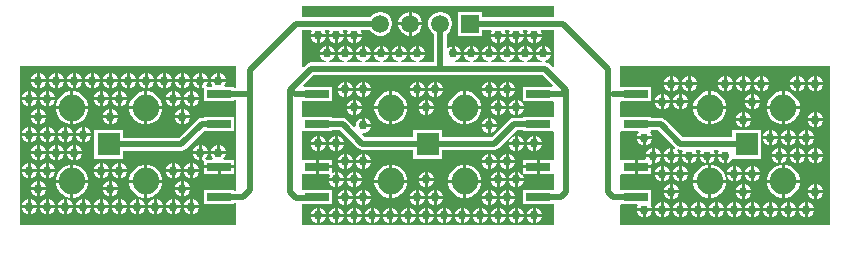
<source format=gtl>
G04*
G04 #@! TF.GenerationSoftware,Altium Limited,Altium Designer,21.9.2 (33)*
G04*
G04 Layer_Physical_Order=1*
G04 Layer_Color=255*
%FSLAX25Y25*%
%MOIN*%
G70*
G04*
G04 #@! TF.SameCoordinates,BA86B5FE-6ADB-4B19-9B50-1FBFE32A4508*
G04*
G04*
G04 #@! TF.FilePolarity,Positive*
G04*
G01*
G75*
%ADD13R,0.07874X0.02795*%
%ADD20C,0.02105*%
%ADD21R,0.07677X0.07677*%
%ADD22C,0.08858*%
%ADD23C,0.00100*%
%ADD24C,0.05906*%
%ADD25R,0.05906X0.05906*%
%ADD26C,0.03000*%
G36*
X180000Y86093D02*
X155953D01*
Y87953D01*
X148047D01*
Y80047D01*
X155953D01*
Y81907D01*
X158967D01*
X159162Y81407D01*
X158812Y80563D01*
X163810D01*
X163460Y81407D01*
X163655Y81907D01*
X164967D01*
X165162Y81407D01*
X164812Y80563D01*
X169810D01*
X169460Y81407D01*
X169655Y81907D01*
X170967D01*
X171162Y81407D01*
X170812Y80563D01*
X175810D01*
X175460Y81407D01*
X175655Y81907D01*
X180000D01*
Y69613D01*
X179538Y69421D01*
X178499Y70460D01*
X177820Y70914D01*
X177019Y71073D01*
X176833D01*
X176808Y71563D01*
X177727Y71944D01*
X178430Y72647D01*
X178810Y73563D01*
X173812D01*
X174192Y72647D01*
X174895Y71944D01*
X175814Y71563D01*
X175789Y71073D01*
X170833D01*
X170808Y71563D01*
X171727Y71944D01*
X172430Y72647D01*
X172810Y73563D01*
X167812D01*
X168192Y72647D01*
X168895Y71944D01*
X169814Y71563D01*
X169789Y71073D01*
X164833D01*
X164808Y71563D01*
X165727Y71944D01*
X166430Y72647D01*
X166810Y73563D01*
X161812D01*
X162192Y72647D01*
X162895Y71944D01*
X163814Y71563D01*
X163789Y71073D01*
X158833D01*
X158808Y71563D01*
X159727Y71944D01*
X160430Y72647D01*
X160810Y73563D01*
X155812D01*
X156192Y72647D01*
X156895Y71944D01*
X157814Y71563D01*
X157789Y71073D01*
X152833D01*
X152808Y71563D01*
X153727Y71944D01*
X154430Y72647D01*
X154810Y73563D01*
X149812D01*
X150192Y72647D01*
X150895Y71944D01*
X151814Y71563D01*
X151789Y71073D01*
X146833D01*
X146808Y71563D01*
X147727Y71944D01*
X148430Y72647D01*
X148810Y73563D01*
X146311D01*
Y74063D01*
X145811D01*
Y76562D01*
X144895Y76182D01*
X144593Y75880D01*
X144093Y76087D01*
Y80644D01*
X144427Y80837D01*
X145163Y81573D01*
X145683Y82474D01*
X145953Y83480D01*
Y84520D01*
X145683Y85526D01*
X145163Y86427D01*
X144427Y87163D01*
X143526Y87683D01*
X142520Y87953D01*
X141480D01*
X140474Y87683D01*
X139573Y87163D01*
X138837Y86427D01*
X138317Y85526D01*
X138047Y84520D01*
Y83480D01*
X138317Y82474D01*
X138837Y81573D01*
X139573Y80837D01*
X139907Y80644D01*
Y71073D01*
X134833D01*
X134808Y71563D01*
X135727Y71944D01*
X136430Y72647D01*
X136810Y73563D01*
X131812D01*
X132192Y72647D01*
X132895Y71944D01*
X133814Y71563D01*
X133789Y71073D01*
X128833D01*
X128808Y71563D01*
X129727Y71944D01*
X130430Y72647D01*
X130810Y73563D01*
X125812D01*
X126192Y72647D01*
X126895Y71944D01*
X127814Y71563D01*
X127789Y71073D01*
X122833D01*
X122808Y71563D01*
X123727Y71944D01*
X124430Y72647D01*
X124810Y73563D01*
X119812D01*
X120192Y72647D01*
X120895Y71944D01*
X121814Y71563D01*
X121789Y71073D01*
X116833D01*
X116808Y71563D01*
X117727Y71944D01*
X118430Y72647D01*
X118810Y73563D01*
X113812D01*
X114192Y72647D01*
X114895Y71944D01*
X115814Y71563D01*
X115789Y71073D01*
X110833D01*
X110808Y71563D01*
X111727Y71944D01*
X112430Y72647D01*
X112810Y73563D01*
X107812D01*
X108192Y72647D01*
X108895Y71944D01*
X109814Y71563D01*
X109789Y71073D01*
X104833D01*
X104808Y71563D01*
X105727Y71944D01*
X106430Y72647D01*
X106810Y73563D01*
X101812D01*
X102192Y72647D01*
X102895Y71944D01*
X103814Y71563D01*
X103789Y71073D01*
X98981D01*
X98981Y71073D01*
X98180Y70914D01*
X97501Y70460D01*
X96462Y69421D01*
X96000Y69613D01*
Y81907D01*
X98967D01*
X99162Y81407D01*
X98812Y80563D01*
X103810D01*
X103460Y81407D01*
X103655Y81907D01*
X104967D01*
X105162Y81407D01*
X104812Y80563D01*
X109810D01*
X109460Y81407D01*
X109655Y81907D01*
X110967D01*
X111162Y81407D01*
X110812Y80563D01*
X115810D01*
X115460Y81407D01*
X115655Y81907D01*
X118644D01*
X118837Y81573D01*
X119573Y80837D01*
X120474Y80317D01*
X121480Y80047D01*
X122520D01*
X123526Y80317D01*
X124427Y80837D01*
X125163Y81573D01*
X125683Y82474D01*
X125953Y83480D01*
Y84520D01*
X125683Y85526D01*
X125163Y86427D01*
X124427Y87163D01*
X123526Y87683D01*
X122520Y87953D01*
X121480D01*
X120474Y87683D01*
X119573Y87163D01*
X118837Y86427D01*
X118644Y86093D01*
X96000D01*
Y90000D01*
X180000D01*
Y86093D01*
D02*
G37*
G36*
X74000Y62644D02*
X73244D01*
Y62949D01*
X70138D01*
X69946Y63411D01*
X70119Y63584D01*
X70499Y64500D01*
X65501D01*
X65881Y63584D01*
X66054Y63411D01*
X65862Y62949D01*
X64138D01*
X63946Y63411D01*
X64119Y63584D01*
X64499Y64500D01*
X62500D01*
Y62501D01*
X62954Y62689D01*
X63370Y62411D01*
Y58153D01*
X73244D01*
Y58459D01*
X74000D01*
Y28375D01*
X73244D01*
Y28680D01*
X63370D01*
Y23885D01*
X73244D01*
Y24190D01*
X74000D01*
Y17000D01*
X2000D01*
Y70000D01*
X74000D01*
Y62644D01*
D02*
G37*
G36*
X179626Y63415D02*
X179385Y62949D01*
X169669D01*
Y58153D01*
X179543D01*
Y58153D01*
X180000Y58049D01*
Y53053D01*
X179543Y52949D01*
X179500Y52949D01*
X169669D01*
Y52644D01*
X166551D01*
X166551Y52644D01*
X165750Y52485D01*
X165071Y52031D01*
X159133Y46093D01*
X142634D01*
Y48579D01*
X132957D01*
Y46093D01*
X116867D01*
X115896Y47063D01*
X116103Y47563D01*
X116808D01*
X117727Y47944D01*
X118430Y48647D01*
X118810Y49563D01*
X116311D01*
Y50063D01*
X115811D01*
Y52562D01*
X114895Y52182D01*
X114192Y51479D01*
X113811Y50560D01*
Y49856D01*
X113311Y49648D01*
X110928Y52031D01*
X110250Y52485D01*
X109449Y52644D01*
X105921D01*
Y52949D01*
X96500D01*
X96047Y52949D01*
X96000Y53429D01*
Y57673D01*
X96047Y58153D01*
X105921D01*
Y62949D01*
X96615D01*
X96408Y63449D01*
X99848Y66888D01*
X176153D01*
X179626Y63415D01*
D02*
G37*
G36*
X272000Y17000D02*
X202000D01*
Y23528D01*
X202346Y23885D01*
X207696D01*
X207887Y23423D01*
X207881Y23416D01*
X207501Y22500D01*
X212499D01*
X212119Y23416D01*
X212054Y23482D01*
X212221Y23885D01*
X212221D01*
Y28680D01*
X202346D01*
X202000Y29037D01*
Y33528D01*
X202346Y33885D01*
X202500Y33885D01*
X206784D01*
Y36283D01*
Y38680D01*
X202500D01*
X202346Y38680D01*
X202000Y39037D01*
Y47797D01*
X202346Y48153D01*
X202500Y48153D01*
X207911D01*
X208118Y47653D01*
X207881Y47416D01*
X207501Y46500D01*
X212499D01*
X212119Y47416D01*
X211882Y47653D01*
X212089Y48153D01*
X212221D01*
Y48459D01*
X214582D01*
X220355Y42686D01*
X220071Y42262D01*
X219500Y42499D01*
Y40500D01*
X221499D01*
X221119Y41416D01*
X220810Y41725D01*
X221129Y42114D01*
X221199Y42067D01*
X222000Y41907D01*
X222000Y41907D01*
X222719D01*
X222910Y41445D01*
X222881Y41416D01*
X222501Y40500D01*
X227499D01*
X227119Y41416D01*
X227090Y41445D01*
X227281Y41907D01*
X228719D01*
X228910Y41445D01*
X228881Y41416D01*
X228501Y40500D01*
X233499D01*
X233119Y41416D01*
X233090Y41445D01*
X233281Y41907D01*
X234719D01*
X234910Y41445D01*
X234881Y41416D01*
X234501Y40500D01*
X237000D01*
Y40000D01*
X237500D01*
Y37501D01*
X238416Y37881D01*
X238993Y38457D01*
X239031Y38495D01*
X239031Y38495D01*
X239119Y38584D01*
X239236Y38867D01*
X239236Y38867D01*
X239237Y38867D01*
X239256Y38902D01*
X239713Y38902D01*
X248933D01*
Y48579D01*
X239256D01*
Y46093D01*
X222867D01*
X216929Y52031D01*
X216250Y52485D01*
X215449Y52644D01*
X212221D01*
Y52949D01*
X202500D01*
X202346Y52949D01*
X202000Y53305D01*
Y57797D01*
X202346Y58153D01*
X212221D01*
Y62949D01*
X202346D01*
X202000Y63305D01*
Y70000D01*
X272000D01*
Y17000D01*
D02*
G37*
G36*
X169669Y48153D02*
X179500D01*
X179543Y48153D01*
X180000Y48049D01*
Y38785D01*
X179543Y38680D01*
X179500Y38680D01*
X175106D01*
Y36283D01*
Y33885D01*
X179500D01*
X179543Y33885D01*
X180000Y33780D01*
Y28785D01*
X179543Y28680D01*
Y28680D01*
X169669D01*
Y23885D01*
X179543D01*
Y23885D01*
X180000Y23780D01*
Y17000D01*
X96000D01*
Y23404D01*
X96047Y23885D01*
X105921D01*
Y28680D01*
X96047D01*
X96000Y29160D01*
Y33404D01*
X96047Y33885D01*
X96500Y33885D01*
X100484D01*
Y36283D01*
Y38680D01*
X96500D01*
X96047Y38680D01*
X96000Y39160D01*
Y47673D01*
X96047Y48153D01*
X96500Y48153D01*
X105921D01*
Y48459D01*
X108582D01*
X114520Y42520D01*
X115199Y42067D01*
X116000Y41907D01*
X116000Y41907D01*
X132957D01*
Y38902D01*
X142634D01*
Y41907D01*
X160000D01*
X160801Y42067D01*
X161480Y42520D01*
X167418Y48459D01*
X169669D01*
Y48153D01*
D02*
G37*
%LPC*%
G36*
X132520Y87953D02*
X132500D01*
Y84500D01*
X135953D01*
Y84520D01*
X135683Y85526D01*
X135163Y86427D01*
X134427Y87163D01*
X133526Y87683D01*
X132520Y87953D01*
D02*
G37*
G36*
X131500D02*
X131480D01*
X130474Y87683D01*
X129573Y87163D01*
X128837Y86427D01*
X128317Y85526D01*
X128047Y84520D01*
Y84500D01*
X131500D01*
Y87953D01*
D02*
G37*
G36*
X135953Y83500D02*
X132500D01*
Y80047D01*
X132520D01*
X133526Y80317D01*
X134427Y80837D01*
X135163Y81573D01*
X135683Y82474D01*
X135953Y83480D01*
Y83500D01*
D02*
G37*
G36*
X131500D02*
X128047D01*
Y83480D01*
X128317Y82474D01*
X128837Y81573D01*
X129573Y80837D01*
X130474Y80317D01*
X131480Y80047D01*
X131500D01*
Y83500D01*
D02*
G37*
G36*
X175810Y79563D02*
X173811D01*
Y77564D01*
X174727Y77944D01*
X175430Y78647D01*
X175810Y79563D01*
D02*
G37*
G36*
X172811D02*
X170812D01*
X171192Y78647D01*
X171895Y77944D01*
X172811Y77564D01*
Y79563D01*
D02*
G37*
G36*
X169810D02*
X167811D01*
Y77564D01*
X168727Y77944D01*
X169430Y78647D01*
X169810Y79563D01*
D02*
G37*
G36*
X166811D02*
X164812D01*
X165192Y78647D01*
X165895Y77944D01*
X166811Y77564D01*
Y79563D01*
D02*
G37*
G36*
X163810D02*
X161811D01*
Y77564D01*
X162727Y77944D01*
X163430Y78647D01*
X163810Y79563D01*
D02*
G37*
G36*
X160811D02*
X158812D01*
X159192Y78647D01*
X159895Y77944D01*
X160811Y77564D01*
Y79563D01*
D02*
G37*
G36*
X115810D02*
X113811D01*
Y77564D01*
X114727Y77944D01*
X115430Y78647D01*
X115810Y79563D01*
D02*
G37*
G36*
X112811D02*
X110812D01*
X111192Y78647D01*
X111895Y77944D01*
X112811Y77564D01*
Y79563D01*
D02*
G37*
G36*
X109810D02*
X107811D01*
Y77564D01*
X108727Y77944D01*
X109430Y78647D01*
X109810Y79563D01*
D02*
G37*
G36*
X106811D02*
X104812D01*
X105192Y78647D01*
X105895Y77944D01*
X106811Y77564D01*
Y79563D01*
D02*
G37*
G36*
X103810D02*
X101811D01*
Y77564D01*
X102727Y77944D01*
X103430Y78647D01*
X103810Y79563D01*
D02*
G37*
G36*
X100811D02*
X98812D01*
X99192Y78647D01*
X99895Y77944D01*
X100811Y77564D01*
Y79563D01*
D02*
G37*
G36*
X176811Y76562D02*
Y74563D01*
X178810D01*
X178430Y75479D01*
X177727Y76182D01*
X176811Y76562D01*
D02*
G37*
G36*
X175811D02*
X174895Y76182D01*
X174192Y75479D01*
X173812Y74563D01*
X175811D01*
Y76562D01*
D02*
G37*
G36*
X170811D02*
Y74563D01*
X172810D01*
X172430Y75479D01*
X171727Y76182D01*
X170811Y76562D01*
D02*
G37*
G36*
X169811D02*
X168895Y76182D01*
X168192Y75479D01*
X167812Y74563D01*
X169811D01*
Y76562D01*
D02*
G37*
G36*
X164811D02*
Y74563D01*
X166810D01*
X166430Y75479D01*
X165727Y76182D01*
X164811Y76562D01*
D02*
G37*
G36*
X163811D02*
X162895Y76182D01*
X162192Y75479D01*
X161812Y74563D01*
X163811D01*
Y76562D01*
D02*
G37*
G36*
X158811D02*
Y74563D01*
X160810D01*
X160430Y75479D01*
X159727Y76182D01*
X158811Y76562D01*
D02*
G37*
G36*
X157811D02*
X156895Y76182D01*
X156192Y75479D01*
X155812Y74563D01*
X157811D01*
Y76562D01*
D02*
G37*
G36*
X152811D02*
Y74563D01*
X154810D01*
X154430Y75479D01*
X153727Y76182D01*
X152811Y76562D01*
D02*
G37*
G36*
X151811D02*
X150895Y76182D01*
X150192Y75479D01*
X149812Y74563D01*
X151811D01*
Y76562D01*
D02*
G37*
G36*
X146811D02*
Y74563D01*
X148810D01*
X148430Y75479D01*
X147727Y76182D01*
X146811Y76562D01*
D02*
G37*
G36*
X134811D02*
Y74563D01*
X136810D01*
X136430Y75479D01*
X135727Y76182D01*
X134811Y76562D01*
D02*
G37*
G36*
X133811D02*
X132895Y76182D01*
X132192Y75479D01*
X131812Y74563D01*
X133811D01*
Y76562D01*
D02*
G37*
G36*
X128811D02*
Y74563D01*
X130810D01*
X130430Y75479D01*
X129727Y76182D01*
X128811Y76562D01*
D02*
G37*
G36*
X127811D02*
X126895Y76182D01*
X126192Y75479D01*
X125812Y74563D01*
X127811D01*
Y76562D01*
D02*
G37*
G36*
X122811D02*
Y74563D01*
X124810D01*
X124430Y75479D01*
X123727Y76182D01*
X122811Y76562D01*
D02*
G37*
G36*
X121811D02*
X120895Y76182D01*
X120192Y75479D01*
X119812Y74563D01*
X121811D01*
Y76562D01*
D02*
G37*
G36*
X116811D02*
Y74563D01*
X118810D01*
X118430Y75479D01*
X117727Y76182D01*
X116811Y76562D01*
D02*
G37*
G36*
X115811D02*
X114895Y76182D01*
X114192Y75479D01*
X113812Y74563D01*
X115811D01*
Y76562D01*
D02*
G37*
G36*
X110811D02*
Y74563D01*
X112810D01*
X112430Y75479D01*
X111727Y76182D01*
X110811Y76562D01*
D02*
G37*
G36*
X109811D02*
X108895Y76182D01*
X108192Y75479D01*
X107812Y74563D01*
X109811D01*
Y76562D01*
D02*
G37*
G36*
X104811D02*
Y74563D01*
X106810D01*
X106430Y75479D01*
X105727Y76182D01*
X104811Y76562D01*
D02*
G37*
G36*
X103811D02*
X102895Y76182D01*
X102192Y75479D01*
X101812Y74563D01*
X103811D01*
Y76562D01*
D02*
G37*
G36*
X68500Y67499D02*
Y65500D01*
X70499D01*
X70119Y66416D01*
X69416Y67119D01*
X68500Y67499D01*
D02*
G37*
G36*
X67500D02*
X66584Y67119D01*
X65881Y66416D01*
X65501Y65500D01*
X67500D01*
Y67499D01*
D02*
G37*
G36*
X62500D02*
Y65500D01*
X64499D01*
X64119Y66416D01*
X63416Y67119D01*
X62500Y67499D01*
D02*
G37*
G36*
X61500D02*
X60584Y67119D01*
X59881Y66416D01*
X59501Y65500D01*
X61500D01*
Y67499D01*
D02*
G37*
G36*
X56500D02*
Y65500D01*
X58499D01*
X58119Y66416D01*
X57416Y67119D01*
X56500Y67499D01*
D02*
G37*
G36*
X55500D02*
X54584Y67119D01*
X53881Y66416D01*
X53501Y65500D01*
X55500D01*
Y67499D01*
D02*
G37*
G36*
X50500D02*
Y65500D01*
X52499D01*
X52119Y66416D01*
X51416Y67119D01*
X50500Y67499D01*
D02*
G37*
G36*
X49500D02*
X48584Y67119D01*
X47881Y66416D01*
X47501Y65500D01*
X49500D01*
Y67499D01*
D02*
G37*
G36*
X44500D02*
Y65500D01*
X46499D01*
X46119Y66416D01*
X45416Y67119D01*
X44500Y67499D01*
D02*
G37*
G36*
X43500D02*
X42584Y67119D01*
X41881Y66416D01*
X41501Y65500D01*
X43500D01*
Y67499D01*
D02*
G37*
G36*
X38500D02*
Y65500D01*
X40499D01*
X40119Y66416D01*
X39416Y67119D01*
X38500Y67499D01*
D02*
G37*
G36*
X37500D02*
X36584Y67119D01*
X35881Y66416D01*
X35501Y65500D01*
X37500D01*
Y67499D01*
D02*
G37*
G36*
X32500D02*
Y65500D01*
X34499D01*
X34119Y66416D01*
X33416Y67119D01*
X32500Y67499D01*
D02*
G37*
G36*
X31500D02*
X30584Y67119D01*
X29881Y66416D01*
X29501Y65500D01*
X31500D01*
Y67499D01*
D02*
G37*
G36*
X26500D02*
Y65500D01*
X28499D01*
X28119Y66416D01*
X27416Y67119D01*
X26500Y67499D01*
D02*
G37*
G36*
X25500D02*
X24584Y67119D01*
X23881Y66416D01*
X23501Y65500D01*
X25500D01*
Y67499D01*
D02*
G37*
G36*
X20500D02*
Y65500D01*
X22499D01*
X22119Y66416D01*
X21416Y67119D01*
X20500Y67499D01*
D02*
G37*
G36*
X19500D02*
X18584Y67119D01*
X17881Y66416D01*
X17501Y65500D01*
X19500D01*
Y67499D01*
D02*
G37*
G36*
X14500D02*
Y65500D01*
X16499D01*
X16119Y66416D01*
X15416Y67119D01*
X14500Y67499D01*
D02*
G37*
G36*
X13500D02*
X12584Y67119D01*
X11881Y66416D01*
X11501Y65500D01*
X13500D01*
Y67499D01*
D02*
G37*
G36*
X8500D02*
Y65500D01*
X10499D01*
X10119Y66416D01*
X9416Y67119D01*
X8500Y67499D01*
D02*
G37*
G36*
X7500D02*
X6584Y67119D01*
X5881Y66416D01*
X5501Y65500D01*
X7500D01*
Y67499D01*
D02*
G37*
G36*
X61500Y64500D02*
X59501D01*
X59881Y63584D01*
X60584Y62881D01*
X61500Y62501D01*
Y64500D01*
D02*
G37*
G36*
X58499D02*
X56500D01*
Y62501D01*
X57416Y62881D01*
X58119Y63584D01*
X58499Y64500D01*
D02*
G37*
G36*
X55500D02*
X53501D01*
X53881Y63584D01*
X54584Y62881D01*
X55500Y62501D01*
Y64500D01*
D02*
G37*
G36*
X52499D02*
X50500D01*
Y62501D01*
X51416Y62881D01*
X52119Y63584D01*
X52499Y64500D01*
D02*
G37*
G36*
X49500D02*
X47501D01*
X47881Y63584D01*
X48584Y62881D01*
X49500Y62501D01*
Y64500D01*
D02*
G37*
G36*
X46499D02*
X44500D01*
Y62501D01*
X45416Y62881D01*
X46119Y63584D01*
X46499Y64500D01*
D02*
G37*
G36*
X43500D02*
X41501D01*
X41881Y63584D01*
X42584Y62881D01*
X43500Y62501D01*
Y64500D01*
D02*
G37*
G36*
X40499D02*
X38500D01*
Y62501D01*
X39416Y62881D01*
X40119Y63584D01*
X40499Y64500D01*
D02*
G37*
G36*
X37500D02*
X35501D01*
X35881Y63584D01*
X36584Y62881D01*
X37500Y62501D01*
Y64500D01*
D02*
G37*
G36*
X34499D02*
X32500D01*
Y62501D01*
X33416Y62881D01*
X34119Y63584D01*
X34499Y64500D01*
D02*
G37*
G36*
X31500D02*
X29501D01*
X29881Y63584D01*
X30584Y62881D01*
X31500Y62501D01*
Y64500D01*
D02*
G37*
G36*
X28499D02*
X26500D01*
Y62501D01*
X27416Y62881D01*
X28119Y63584D01*
X28499Y64500D01*
D02*
G37*
G36*
X25500D02*
X23501D01*
X23881Y63584D01*
X24584Y62881D01*
X25500Y62501D01*
Y64500D01*
D02*
G37*
G36*
X22499D02*
X20500D01*
Y62501D01*
X21416Y62881D01*
X22119Y63584D01*
X22499Y64500D01*
D02*
G37*
G36*
X19500D02*
X17501D01*
X17881Y63584D01*
X18584Y62881D01*
X19500Y62501D01*
Y64500D01*
D02*
G37*
G36*
X16499D02*
X14500D01*
Y62501D01*
X15416Y62881D01*
X16119Y63584D01*
X16499Y64500D01*
D02*
G37*
G36*
X13500D02*
X11501D01*
X11881Y63584D01*
X12584Y62881D01*
X13500Y62501D01*
Y64500D01*
D02*
G37*
G36*
X10499D02*
X8500D01*
Y62501D01*
X9416Y62881D01*
X10119Y63584D01*
X10499Y64500D01*
D02*
G37*
G36*
X7500D02*
X5501D01*
X5881Y63584D01*
X6584Y62881D01*
X7500Y62501D01*
Y64500D01*
D02*
G37*
G36*
X59500Y61499D02*
Y59500D01*
X61499D01*
X61119Y60416D01*
X60416Y61119D01*
X59500Y61499D01*
D02*
G37*
G36*
X58500D02*
X57584Y61119D01*
X56881Y60416D01*
X56501Y59500D01*
X58500D01*
Y61499D01*
D02*
G37*
G36*
X53500D02*
Y59500D01*
X55499D01*
X55119Y60416D01*
X54416Y61119D01*
X53500Y61499D01*
D02*
G37*
G36*
X52500D02*
X51584Y61119D01*
X50881Y60416D01*
X50501Y59500D01*
X52500D01*
Y61499D01*
D02*
G37*
G36*
X35500D02*
Y59500D01*
X37499D01*
X37119Y60416D01*
X36416Y61119D01*
X35500Y61499D01*
D02*
G37*
G36*
X34500D02*
X33584Y61119D01*
X32881Y60416D01*
X32501Y59500D01*
X34500D01*
Y61499D01*
D02*
G37*
G36*
X29500D02*
Y59500D01*
X31499D01*
X31119Y60416D01*
X30416Y61119D01*
X29500Y61499D01*
D02*
G37*
G36*
X28500D02*
X27584Y61119D01*
X26881Y60416D01*
X26501Y59500D01*
X28500D01*
Y61499D01*
D02*
G37*
G36*
X11500D02*
Y59500D01*
X13499D01*
X13119Y60416D01*
X12416Y61119D01*
X11500Y61499D01*
D02*
G37*
G36*
X10500D02*
X9584Y61119D01*
X8881Y60416D01*
X8501Y59500D01*
X10500D01*
Y61499D01*
D02*
G37*
G36*
X5500D02*
Y59500D01*
X7499D01*
X7119Y60416D01*
X6416Y61119D01*
X5500Y61499D01*
D02*
G37*
G36*
X4500D02*
X3584Y61119D01*
X2881Y60416D01*
X2501Y59500D01*
X4500D01*
Y61499D01*
D02*
G37*
G36*
X44514Y61472D02*
X44299D01*
Y56543D01*
X49228D01*
Y56758D01*
X48858Y58139D01*
X48144Y59377D01*
X47133Y60388D01*
X45895Y61102D01*
X44514Y61472D01*
D02*
G37*
G36*
X43299D02*
X43084D01*
X41704Y61102D01*
X40466Y60388D01*
X39455Y59377D01*
X38740Y58139D01*
X38370Y56758D01*
Y56543D01*
X43299D01*
Y61472D01*
D02*
G37*
G36*
X19908D02*
X19693D01*
Y56543D01*
X24622D01*
Y56758D01*
X24252Y58139D01*
X23537Y59377D01*
X22526Y60388D01*
X21289Y61102D01*
X19908Y61472D01*
D02*
G37*
G36*
X18693D02*
X18478D01*
X17097Y61102D01*
X15859Y60388D01*
X14849Y59377D01*
X14134Y58139D01*
X13764Y56758D01*
Y56543D01*
X18693D01*
Y61472D01*
D02*
G37*
G36*
X61499Y58500D02*
X59500D01*
Y56501D01*
X60416Y56881D01*
X61119Y57584D01*
X61499Y58500D01*
D02*
G37*
G36*
X58500D02*
X56501D01*
X56881Y57584D01*
X57584Y56881D01*
X58500Y56501D01*
Y58500D01*
D02*
G37*
G36*
X55499D02*
X53500D01*
Y56501D01*
X54416Y56881D01*
X55119Y57584D01*
X55499Y58500D01*
D02*
G37*
G36*
X52500D02*
X50501D01*
X50881Y57584D01*
X51584Y56881D01*
X52500Y56501D01*
Y58500D01*
D02*
G37*
G36*
X37499D02*
X35500D01*
Y56501D01*
X36416Y56881D01*
X37119Y57584D01*
X37499Y58500D01*
D02*
G37*
G36*
X34500D02*
X32501D01*
X32881Y57584D01*
X33584Y56881D01*
X34500Y56501D01*
Y58500D01*
D02*
G37*
G36*
X31499D02*
X29500D01*
Y56501D01*
X30416Y56881D01*
X31119Y57584D01*
X31499Y58500D01*
D02*
G37*
G36*
X28500D02*
X26501D01*
X26881Y57584D01*
X27584Y56881D01*
X28500Y56501D01*
Y58500D01*
D02*
G37*
G36*
X13499D02*
X11500D01*
Y56501D01*
X12416Y56881D01*
X13119Y57584D01*
X13499Y58500D01*
D02*
G37*
G36*
X10500D02*
X8501D01*
X8881Y57584D01*
X9584Y56881D01*
X10500Y56501D01*
Y58500D01*
D02*
G37*
G36*
X7499D02*
X5500D01*
Y56501D01*
X6416Y56881D01*
X7119Y57584D01*
X7499Y58500D01*
D02*
G37*
G36*
X4500D02*
X2501D01*
X2881Y57584D01*
X3584Y56881D01*
X4500Y56501D01*
Y58500D01*
D02*
G37*
G36*
X56500Y55499D02*
Y53500D01*
X58499D01*
X58119Y54416D01*
X57416Y55119D01*
X56500Y55499D01*
D02*
G37*
G36*
X55500D02*
X54584Y55119D01*
X53881Y54416D01*
X53501Y53500D01*
X55500D01*
Y55499D01*
D02*
G37*
G36*
X32500D02*
Y53500D01*
X34499D01*
X34119Y54416D01*
X33416Y55119D01*
X32500Y55499D01*
D02*
G37*
G36*
X31500D02*
X30584Y55119D01*
X29881Y54416D01*
X29501Y53500D01*
X31500D01*
Y55499D01*
D02*
G37*
G36*
X8500D02*
Y53500D01*
X10499D01*
X10119Y54416D01*
X9416Y55119D01*
X8500Y55499D01*
D02*
G37*
G36*
X7500D02*
X6584Y55119D01*
X5881Y54416D01*
X5501Y53500D01*
X7500D01*
Y55499D01*
D02*
G37*
G36*
X73244Y52949D02*
X63370D01*
Y52644D01*
X62551D01*
X62551Y52644D01*
X61750Y52485D01*
X61071Y52031D01*
X54873Y45833D01*
X36335D01*
Y48579D01*
X26658D01*
Y38902D01*
X36335D01*
Y41648D01*
X55740D01*
X56541Y41807D01*
X57220Y42261D01*
X62933Y47974D01*
X63370Y48153D01*
Y48153D01*
X63370Y48153D01*
X73244D01*
Y52949D01*
D02*
G37*
G36*
X49228Y55543D02*
X44299D01*
Y50614D01*
X44514D01*
X45895Y50984D01*
X47133Y51699D01*
X48144Y52710D01*
X48858Y53948D01*
X49228Y55329D01*
Y55543D01*
D02*
G37*
G36*
X43299D02*
X38370D01*
Y55329D01*
X38740Y53948D01*
X39455Y52710D01*
X40466Y51699D01*
X41704Y50984D01*
X43084Y50614D01*
X43299D01*
Y55543D01*
D02*
G37*
G36*
X24622D02*
X19693D01*
Y50614D01*
X19908D01*
X21289Y50984D01*
X22526Y51699D01*
X23537Y52710D01*
X24252Y53948D01*
X24622Y55329D01*
Y55543D01*
D02*
G37*
G36*
X18693D02*
X13764D01*
Y55329D01*
X14134Y53948D01*
X14849Y52710D01*
X15859Y51699D01*
X17097Y50984D01*
X18478Y50614D01*
X18693D01*
Y55543D01*
D02*
G37*
G36*
X58499Y52500D02*
X56500D01*
Y50501D01*
X57416Y50881D01*
X58119Y51584D01*
X58499Y52500D01*
D02*
G37*
G36*
X55500D02*
X53501D01*
X53881Y51584D01*
X54584Y50881D01*
X55500Y50501D01*
Y52500D01*
D02*
G37*
G36*
X34499D02*
X32500D01*
Y50501D01*
X33416Y50881D01*
X34119Y51584D01*
X34499Y52500D01*
D02*
G37*
G36*
X31500D02*
X29501D01*
X29881Y51584D01*
X30584Y50881D01*
X31500Y50501D01*
Y52500D01*
D02*
G37*
G36*
X10499D02*
X8500D01*
Y50501D01*
X9416Y50881D01*
X10119Y51584D01*
X10499Y52500D01*
D02*
G37*
G36*
X7500D02*
X5501D01*
X5881Y51584D01*
X6584Y50881D01*
X7500Y50501D01*
Y52500D01*
D02*
G37*
G36*
X23500Y49499D02*
Y47500D01*
X25499D01*
X25119Y48416D01*
X24416Y49119D01*
X23500Y49499D01*
D02*
G37*
G36*
X22500D02*
X21584Y49119D01*
X20881Y48416D01*
X20501Y47500D01*
X22500D01*
Y49499D01*
D02*
G37*
G36*
X17500D02*
Y47500D01*
X19499D01*
X19119Y48416D01*
X18416Y49119D01*
X17500Y49499D01*
D02*
G37*
G36*
X16500D02*
X15584Y49119D01*
X14881Y48416D01*
X14501Y47500D01*
X16500D01*
Y49499D01*
D02*
G37*
G36*
X11500D02*
Y47500D01*
X13499D01*
X13119Y48416D01*
X12416Y49119D01*
X11500Y49499D01*
D02*
G37*
G36*
X10500D02*
X9584Y49119D01*
X8881Y48416D01*
X8501Y47500D01*
X10500D01*
Y49499D01*
D02*
G37*
G36*
X5500D02*
Y47500D01*
X7499D01*
X7119Y48416D01*
X6416Y49119D01*
X5500Y49499D01*
D02*
G37*
G36*
X4500D02*
X3584Y49119D01*
X2881Y48416D01*
X2501Y47500D01*
X4500D01*
Y49499D01*
D02*
G37*
G36*
X25499Y46500D02*
X23500D01*
Y44501D01*
X24416Y44881D01*
X25119Y45584D01*
X25499Y46500D01*
D02*
G37*
G36*
X22500D02*
X20501D01*
X20881Y45584D01*
X21584Y44881D01*
X22500Y44501D01*
Y46500D01*
D02*
G37*
G36*
X19499D02*
X17500D01*
Y44501D01*
X18416Y44881D01*
X19119Y45584D01*
X19499Y46500D01*
D02*
G37*
G36*
X16500D02*
X14501D01*
X14881Y45584D01*
X15584Y44881D01*
X16500Y44501D01*
Y46500D01*
D02*
G37*
G36*
X13499D02*
X11500D01*
Y44501D01*
X12416Y44881D01*
X13119Y45584D01*
X13499Y46500D01*
D02*
G37*
G36*
X10500D02*
X8501D01*
X8881Y45584D01*
X9584Y44881D01*
X10500Y44501D01*
Y46500D01*
D02*
G37*
G36*
X7499D02*
X5500D01*
Y44501D01*
X6416Y44881D01*
X7119Y45584D01*
X7499Y46500D01*
D02*
G37*
G36*
X4500D02*
X2501D01*
X2881Y45584D01*
X3584Y44881D01*
X4500Y44501D01*
Y46500D01*
D02*
G37*
G36*
X68500Y43499D02*
Y41500D01*
X70499D01*
X70119Y42416D01*
X69416Y43119D01*
X68500Y43499D01*
D02*
G37*
G36*
X67500D02*
X66584Y43119D01*
X65881Y42416D01*
X65501Y41500D01*
X67500D01*
Y43499D01*
D02*
G37*
G36*
X62500D02*
Y41500D01*
X64499D01*
X64119Y42416D01*
X63416Y43119D01*
X62500Y43499D01*
D02*
G37*
G36*
X61500D02*
X60584Y43119D01*
X59881Y42416D01*
X59501Y41500D01*
X61500D01*
Y43499D01*
D02*
G37*
G36*
X20500D02*
Y41500D01*
X22499D01*
X22119Y42416D01*
X21416Y43119D01*
X20500Y43499D01*
D02*
G37*
G36*
X19500D02*
X18584Y43119D01*
X17881Y42416D01*
X17501Y41500D01*
X19500D01*
Y43499D01*
D02*
G37*
G36*
X14500D02*
Y41500D01*
X16499D01*
X16119Y42416D01*
X15416Y43119D01*
X14500Y43499D01*
D02*
G37*
G36*
X13500D02*
X12584Y43119D01*
X11881Y42416D01*
X11501Y41500D01*
X13500D01*
Y43499D01*
D02*
G37*
G36*
X8500D02*
Y41500D01*
X10499D01*
X10119Y42416D01*
X9416Y43119D01*
X8500Y43499D01*
D02*
G37*
G36*
X7500D02*
X6584Y43119D01*
X5881Y42416D01*
X5501Y41500D01*
X7500D01*
Y43499D01*
D02*
G37*
G36*
X70499Y40500D02*
X65501D01*
X65881Y39584D01*
X66284Y39180D01*
X66077Y38680D01*
X63923D01*
X63716Y39180D01*
X64119Y39584D01*
X64499Y40500D01*
X62500D01*
Y38501D01*
X62870Y38654D01*
X63370Y38320D01*
Y36783D01*
X68307D01*
X73244D01*
Y38680D01*
X69923D01*
X69716Y39180D01*
X70119Y39584D01*
X70499Y40500D01*
D02*
G37*
G36*
X61500D02*
X59501D01*
X59881Y39584D01*
X60584Y38881D01*
X61500Y38501D01*
Y40500D01*
D02*
G37*
G36*
X22499D02*
X20500D01*
Y38501D01*
X21416Y38881D01*
X22119Y39584D01*
X22499Y40500D01*
D02*
G37*
G36*
X19500D02*
X17501D01*
X17881Y39584D01*
X18584Y38881D01*
X19500Y38501D01*
Y40500D01*
D02*
G37*
G36*
X16499D02*
X14500D01*
Y38501D01*
X15416Y38881D01*
X16119Y39584D01*
X16499Y40500D01*
D02*
G37*
G36*
X13500D02*
X11501D01*
X11881Y39584D01*
X12584Y38881D01*
X13500Y38501D01*
Y40500D01*
D02*
G37*
G36*
X10499D02*
X8500D01*
Y38501D01*
X9416Y38881D01*
X10119Y39584D01*
X10499Y40500D01*
D02*
G37*
G36*
X7500D02*
X5501D01*
X5881Y39584D01*
X6584Y38881D01*
X7500Y38501D01*
Y40500D01*
D02*
G37*
G36*
X59500Y37499D02*
Y35500D01*
X61499D01*
X61119Y36416D01*
X60416Y37119D01*
X59500Y37499D01*
D02*
G37*
G36*
X58500D02*
X57584Y37119D01*
X56881Y36416D01*
X56501Y35500D01*
X58500D01*
Y37499D01*
D02*
G37*
G36*
X53500D02*
Y35500D01*
X55499D01*
X55119Y36416D01*
X54416Y37119D01*
X53500Y37499D01*
D02*
G37*
G36*
X52500D02*
X51584Y37119D01*
X50881Y36416D01*
X50501Y35500D01*
X52500D01*
Y37499D01*
D02*
G37*
G36*
X35500D02*
Y35500D01*
X37499D01*
X37119Y36416D01*
X36416Y37119D01*
X35500Y37499D01*
D02*
G37*
G36*
X34500D02*
X33584Y37119D01*
X32881Y36416D01*
X32501Y35500D01*
X34500D01*
Y37499D01*
D02*
G37*
G36*
X29500D02*
Y35500D01*
X31499D01*
X31119Y36416D01*
X30416Y37119D01*
X29500Y37499D01*
D02*
G37*
G36*
X28500D02*
X27584Y37119D01*
X26881Y36416D01*
X26501Y35500D01*
X28500D01*
Y37499D01*
D02*
G37*
G36*
X11500D02*
Y35500D01*
X13499D01*
X13119Y36416D01*
X12416Y37119D01*
X11500Y37499D01*
D02*
G37*
G36*
X10500D02*
X9584Y37119D01*
X8881Y36416D01*
X8501Y35500D01*
X10500D01*
Y37499D01*
D02*
G37*
G36*
X5500D02*
Y35500D01*
X7499D01*
X7119Y36416D01*
X6416Y37119D01*
X5500Y37499D01*
D02*
G37*
G36*
X4500D02*
X3584Y37119D01*
X2881Y36416D01*
X2501Y35500D01*
X4500D01*
Y37499D01*
D02*
G37*
G36*
X73244Y35783D02*
X68807D01*
Y33885D01*
X73244D01*
Y35783D01*
D02*
G37*
G36*
X67807D02*
X63370D01*
Y33885D01*
X67807D01*
Y35783D01*
D02*
G37*
G36*
X61499Y34500D02*
X59500D01*
Y32501D01*
X60416Y32881D01*
X61119Y33584D01*
X61499Y34500D01*
D02*
G37*
G36*
X58500D02*
X56501D01*
X56881Y33584D01*
X57584Y32881D01*
X58500Y32501D01*
Y34500D01*
D02*
G37*
G36*
X55499D02*
X53500D01*
Y32501D01*
X54416Y32881D01*
X55119Y33584D01*
X55499Y34500D01*
D02*
G37*
G36*
X52500D02*
X50501D01*
X50881Y33584D01*
X51584Y32881D01*
X52500Y32501D01*
Y34500D01*
D02*
G37*
G36*
X37499D02*
X35500D01*
Y32501D01*
X36416Y32881D01*
X37119Y33584D01*
X37499Y34500D01*
D02*
G37*
G36*
X34500D02*
X32501D01*
X32881Y33584D01*
X33584Y32881D01*
X34500Y32501D01*
Y34500D01*
D02*
G37*
G36*
X31499D02*
X29500D01*
Y32501D01*
X30416Y32881D01*
X31119Y33584D01*
X31499Y34500D01*
D02*
G37*
G36*
X28500D02*
X26501D01*
X26881Y33584D01*
X27584Y32881D01*
X28500Y32501D01*
Y34500D01*
D02*
G37*
G36*
X13499D02*
X11500D01*
Y32501D01*
X12416Y32881D01*
X13119Y33584D01*
X13499Y34500D01*
D02*
G37*
G36*
X10500D02*
X8501D01*
X8881Y33584D01*
X9584Y32881D01*
X10500Y32501D01*
Y34500D01*
D02*
G37*
G36*
X7499D02*
X5500D01*
Y32501D01*
X6416Y32881D01*
X7119Y33584D01*
X7499Y34500D01*
D02*
G37*
G36*
X4500D02*
X2501D01*
X2881Y33584D01*
X3584Y32881D01*
X4500Y32501D01*
Y34500D01*
D02*
G37*
G36*
X44514Y36866D02*
X44299D01*
Y31937D01*
X49228D01*
Y32152D01*
X48858Y33533D01*
X48144Y34771D01*
X47133Y35781D01*
X45895Y36496D01*
X44514Y36866D01*
D02*
G37*
G36*
X43299D02*
X43084D01*
X41704Y36496D01*
X40466Y35781D01*
X39455Y34771D01*
X38740Y33533D01*
X38370Y32152D01*
Y31937D01*
X43299D01*
Y36866D01*
D02*
G37*
G36*
X19908D02*
X19693D01*
Y31937D01*
X24622D01*
Y32152D01*
X24252Y33533D01*
X23537Y34771D01*
X22526Y35781D01*
X21289Y36496D01*
X19908Y36866D01*
D02*
G37*
G36*
X18693D02*
X18478D01*
X17097Y36496D01*
X15859Y35781D01*
X14849Y34771D01*
X14134Y33533D01*
X13764Y32152D01*
Y31937D01*
X18693D01*
Y36866D01*
D02*
G37*
G36*
X56500Y31499D02*
Y29500D01*
X58499D01*
X58119Y30416D01*
X57416Y31119D01*
X56500Y31499D01*
D02*
G37*
G36*
X55500D02*
X54584Y31119D01*
X53881Y30416D01*
X53501Y29500D01*
X55500D01*
Y31499D01*
D02*
G37*
G36*
X32500D02*
Y29500D01*
X34499D01*
X34119Y30416D01*
X33416Y31119D01*
X32500Y31499D01*
D02*
G37*
G36*
X31500D02*
X30584Y31119D01*
X29881Y30416D01*
X29501Y29500D01*
X31500D01*
Y31499D01*
D02*
G37*
G36*
X8500D02*
Y29500D01*
X10499D01*
X10119Y30416D01*
X9416Y31119D01*
X8500Y31499D01*
D02*
G37*
G36*
X7500D02*
X6584Y31119D01*
X5881Y30416D01*
X5501Y29500D01*
X7500D01*
Y31499D01*
D02*
G37*
G36*
X58499Y28500D02*
X56500D01*
Y26501D01*
X57416Y26881D01*
X58119Y27584D01*
X58499Y28500D01*
D02*
G37*
G36*
X55500D02*
X53501D01*
X53881Y27584D01*
X54584Y26881D01*
X55500Y26501D01*
Y28500D01*
D02*
G37*
G36*
X34499D02*
X32500D01*
Y26501D01*
X33416Y26881D01*
X34119Y27584D01*
X34499Y28500D01*
D02*
G37*
G36*
X31500D02*
X29501D01*
X29881Y27584D01*
X30584Y26881D01*
X31500Y26501D01*
Y28500D01*
D02*
G37*
G36*
X10499D02*
X8500D01*
Y26501D01*
X9416Y26881D01*
X10119Y27584D01*
X10499Y28500D01*
D02*
G37*
G36*
X7500D02*
X5501D01*
X5881Y27584D01*
X6584Y26881D01*
X7500Y26501D01*
Y28500D01*
D02*
G37*
G36*
X49228Y30937D02*
X44299D01*
Y26008D01*
X44514D01*
X45895Y26378D01*
X47133Y27093D01*
X48144Y28103D01*
X48858Y29341D01*
X49228Y30722D01*
Y30937D01*
D02*
G37*
G36*
X43299D02*
X38370D01*
Y30722D01*
X38740Y29341D01*
X39455Y28103D01*
X40466Y27093D01*
X41704Y26378D01*
X43084Y26008D01*
X43299D01*
Y30937D01*
D02*
G37*
G36*
X24622D02*
X19693D01*
Y26008D01*
X19908D01*
X21289Y26378D01*
X22526Y27093D01*
X23537Y28103D01*
X24252Y29341D01*
X24622Y30722D01*
Y30937D01*
D02*
G37*
G36*
X18693D02*
X13764D01*
Y30722D01*
X14134Y29341D01*
X14849Y28103D01*
X15859Y27093D01*
X17097Y26378D01*
X18478Y26008D01*
X18693D01*
Y30937D01*
D02*
G37*
G36*
X59500Y25499D02*
Y23500D01*
X61499D01*
X61119Y24416D01*
X60416Y25119D01*
X59500Y25499D01*
D02*
G37*
G36*
X58500D02*
X57584Y25119D01*
X56881Y24416D01*
X56501Y23500D01*
X58500D01*
Y25499D01*
D02*
G37*
G36*
X53500D02*
Y23500D01*
X55499D01*
X55119Y24416D01*
X54416Y25119D01*
X53500Y25499D01*
D02*
G37*
G36*
X52500D02*
X51584Y25119D01*
X50881Y24416D01*
X50501Y23500D01*
X52500D01*
Y25499D01*
D02*
G37*
G36*
X47500D02*
Y23500D01*
X49499D01*
X49119Y24416D01*
X48416Y25119D01*
X47500Y25499D01*
D02*
G37*
G36*
X46500D02*
X45584Y25119D01*
X44881Y24416D01*
X44501Y23500D01*
X46500D01*
Y25499D01*
D02*
G37*
G36*
X41500D02*
Y23500D01*
X43499D01*
X43119Y24416D01*
X42416Y25119D01*
X41500Y25499D01*
D02*
G37*
G36*
X40500D02*
X39584Y25119D01*
X38881Y24416D01*
X38501Y23500D01*
X40500D01*
Y25499D01*
D02*
G37*
G36*
X35500D02*
Y23500D01*
X37499D01*
X37119Y24416D01*
X36416Y25119D01*
X35500Y25499D01*
D02*
G37*
G36*
X34500D02*
X33584Y25119D01*
X32881Y24416D01*
X32501Y23500D01*
X34500D01*
Y25499D01*
D02*
G37*
G36*
X29500D02*
Y23500D01*
X31499D01*
X31119Y24416D01*
X30416Y25119D01*
X29500Y25499D01*
D02*
G37*
G36*
X28500D02*
X27584Y25119D01*
X26881Y24416D01*
X26501Y23500D01*
X28500D01*
Y25499D01*
D02*
G37*
G36*
X23500D02*
Y23500D01*
X25499D01*
X25119Y24416D01*
X24416Y25119D01*
X23500Y25499D01*
D02*
G37*
G36*
X22500D02*
X21584Y25119D01*
X20881Y24416D01*
X20501Y23500D01*
X22500D01*
Y25499D01*
D02*
G37*
G36*
X17500D02*
Y23500D01*
X19499D01*
X19119Y24416D01*
X18416Y25119D01*
X17500Y25499D01*
D02*
G37*
G36*
X16500D02*
X15584Y25119D01*
X14881Y24416D01*
X14501Y23500D01*
X16500D01*
Y25499D01*
D02*
G37*
G36*
X11500D02*
Y23500D01*
X13499D01*
X13119Y24416D01*
X12416Y25119D01*
X11500Y25499D01*
D02*
G37*
G36*
X10500D02*
X9584Y25119D01*
X8881Y24416D01*
X8501Y23500D01*
X10500D01*
Y25499D01*
D02*
G37*
G36*
X5500D02*
Y23500D01*
X7499D01*
X7119Y24416D01*
X6416Y25119D01*
X5500Y25499D01*
D02*
G37*
G36*
X4500D02*
X3584Y25119D01*
X2881Y24416D01*
X2501Y23500D01*
X4500D01*
Y25499D01*
D02*
G37*
G36*
X61499Y22500D02*
X59500D01*
Y20501D01*
X60416Y20881D01*
X61119Y21584D01*
X61499Y22500D01*
D02*
G37*
G36*
X58500D02*
X56501D01*
X56881Y21584D01*
X57584Y20881D01*
X58500Y20501D01*
Y22500D01*
D02*
G37*
G36*
X55499D02*
X53500D01*
Y20501D01*
X54416Y20881D01*
X55119Y21584D01*
X55499Y22500D01*
D02*
G37*
G36*
X52500D02*
X50501D01*
X50881Y21584D01*
X51584Y20881D01*
X52500Y20501D01*
Y22500D01*
D02*
G37*
G36*
X49499D02*
X47500D01*
Y20501D01*
X48416Y20881D01*
X49119Y21584D01*
X49499Y22500D01*
D02*
G37*
G36*
X46500D02*
X44501D01*
X44881Y21584D01*
X45584Y20881D01*
X46500Y20501D01*
Y22500D01*
D02*
G37*
G36*
X43499D02*
X41500D01*
Y20501D01*
X42416Y20881D01*
X43119Y21584D01*
X43499Y22500D01*
D02*
G37*
G36*
X40500D02*
X38501D01*
X38881Y21584D01*
X39584Y20881D01*
X40500Y20501D01*
Y22500D01*
D02*
G37*
G36*
X37499D02*
X35500D01*
Y20501D01*
X36416Y20881D01*
X37119Y21584D01*
X37499Y22500D01*
D02*
G37*
G36*
X34500D02*
X32501D01*
X32881Y21584D01*
X33584Y20881D01*
X34500Y20501D01*
Y22500D01*
D02*
G37*
G36*
X31499D02*
X29500D01*
Y20501D01*
X30416Y20881D01*
X31119Y21584D01*
X31499Y22500D01*
D02*
G37*
G36*
X28500D02*
X26501D01*
X26881Y21584D01*
X27584Y20881D01*
X28500Y20501D01*
Y22500D01*
D02*
G37*
G36*
X25499D02*
X23500D01*
Y20501D01*
X24416Y20881D01*
X25119Y21584D01*
X25499Y22500D01*
D02*
G37*
G36*
X22500D02*
X20501D01*
X20881Y21584D01*
X21584Y20881D01*
X22500Y20501D01*
Y22500D01*
D02*
G37*
G36*
X19499D02*
X17500D01*
Y20501D01*
X18416Y20881D01*
X19119Y21584D01*
X19499Y22500D01*
D02*
G37*
G36*
X16500D02*
X14501D01*
X14881Y21584D01*
X15584Y20881D01*
X16500Y20501D01*
Y22500D01*
D02*
G37*
G36*
X13499D02*
X11500D01*
Y20501D01*
X12416Y20881D01*
X13119Y21584D01*
X13499Y22500D01*
D02*
G37*
G36*
X10500D02*
X8501D01*
X8881Y21584D01*
X9584Y20881D01*
X10500Y20501D01*
Y22500D01*
D02*
G37*
G36*
X7499D02*
X5500D01*
Y20501D01*
X6416Y20881D01*
X7119Y21584D01*
X7499Y22500D01*
D02*
G37*
G36*
X4500D02*
X2501D01*
X2881Y21584D01*
X3584Y20881D01*
X4500Y20501D01*
Y22500D01*
D02*
G37*
G36*
X164811Y64562D02*
Y62563D01*
X166810D01*
X166430Y63479D01*
X165727Y64182D01*
X164811Y64562D01*
D02*
G37*
G36*
X163811D02*
X162895Y64182D01*
X162192Y63479D01*
X161812Y62563D01*
X163811D01*
Y64562D01*
D02*
G37*
G36*
X158811D02*
Y62563D01*
X160810D01*
X160430Y63479D01*
X159727Y64182D01*
X158811Y64562D01*
D02*
G37*
G36*
X157811D02*
X156895Y64182D01*
X156192Y63479D01*
X155812Y62563D01*
X157811D01*
Y64562D01*
D02*
G37*
G36*
X140811D02*
Y62563D01*
X142810D01*
X142430Y63479D01*
X141727Y64182D01*
X140811Y64562D01*
D02*
G37*
G36*
X139811D02*
X138895Y64182D01*
X138192Y63479D01*
X137812Y62563D01*
X139811D01*
Y64562D01*
D02*
G37*
G36*
X134811D02*
Y62563D01*
X136810D01*
X136430Y63479D01*
X135727Y64182D01*
X134811Y64562D01*
D02*
G37*
G36*
X133811D02*
X132895Y64182D01*
X132192Y63479D01*
X131812Y62563D01*
X133811D01*
Y64562D01*
D02*
G37*
G36*
X116811D02*
Y62563D01*
X118810D01*
X118430Y63479D01*
X117727Y64182D01*
X116811Y64562D01*
D02*
G37*
G36*
X115811D02*
X114895Y64182D01*
X114192Y63479D01*
X113812Y62563D01*
X115811D01*
Y64562D01*
D02*
G37*
G36*
X110811D02*
Y62563D01*
X112810D01*
X112430Y63479D01*
X111727Y64182D01*
X110811Y64562D01*
D02*
G37*
G36*
X109811D02*
X108895Y64182D01*
X108192Y63479D01*
X107812Y62563D01*
X109811D01*
Y64562D01*
D02*
G37*
G36*
X166810Y61563D02*
X164811D01*
Y59564D01*
X165727Y59944D01*
X166430Y60647D01*
X166810Y61563D01*
D02*
G37*
G36*
X163811D02*
X161812D01*
X162192Y60647D01*
X162895Y59944D01*
X163811Y59564D01*
Y61563D01*
D02*
G37*
G36*
X160810D02*
X158811D01*
Y59564D01*
X159727Y59944D01*
X160430Y60647D01*
X160810Y61563D01*
D02*
G37*
G36*
X157811D02*
X155812D01*
X156192Y60647D01*
X156895Y59944D01*
X157811Y59564D01*
Y61563D01*
D02*
G37*
G36*
X142810D02*
X140811D01*
Y59564D01*
X141727Y59944D01*
X142430Y60647D01*
X142810Y61563D01*
D02*
G37*
G36*
X139811D02*
X137812D01*
X138192Y60647D01*
X138895Y59944D01*
X139811Y59564D01*
Y61563D01*
D02*
G37*
G36*
X136810D02*
X134811D01*
Y59564D01*
X135727Y59944D01*
X136430Y60647D01*
X136810Y61563D01*
D02*
G37*
G36*
X133811D02*
X131812D01*
X132192Y60647D01*
X132895Y59944D01*
X133811Y59564D01*
Y61563D01*
D02*
G37*
G36*
X118810D02*
X116811D01*
Y59564D01*
X117727Y59944D01*
X118430Y60647D01*
X118810Y61563D01*
D02*
G37*
G36*
X115811D02*
X113812D01*
X114192Y60647D01*
X114895Y59944D01*
X115811Y59564D01*
Y61563D01*
D02*
G37*
G36*
X112810D02*
X110811D01*
Y59564D01*
X111727Y59944D01*
X112430Y60647D01*
X112810Y61563D01*
D02*
G37*
G36*
X109811D02*
X107812D01*
X108192Y60647D01*
X108895Y59944D01*
X109811Y59564D01*
Y61563D01*
D02*
G37*
G36*
X167811Y58562D02*
Y56563D01*
X169810D01*
X169430Y57479D01*
X168727Y58182D01*
X167811Y58562D01*
D02*
G37*
G36*
X166811D02*
X165895Y58182D01*
X165192Y57479D01*
X164812Y56563D01*
X166811D01*
Y58562D01*
D02*
G37*
G36*
X161811D02*
Y56563D01*
X163810D01*
X163430Y57479D01*
X162727Y58182D01*
X161811Y58562D01*
D02*
G37*
G36*
X160811D02*
X159895Y58182D01*
X159192Y57479D01*
X158812Y56563D01*
X160811D01*
Y58562D01*
D02*
G37*
G36*
X137811D02*
Y56563D01*
X139810D01*
X139430Y57479D01*
X138727Y58182D01*
X137811Y58562D01*
D02*
G37*
G36*
X136811D02*
X135895Y58182D01*
X135192Y57479D01*
X134812Y56563D01*
X136811D01*
Y58562D01*
D02*
G37*
G36*
X113811D02*
Y56563D01*
X115810D01*
X115430Y57479D01*
X114727Y58182D01*
X113811Y58562D01*
D02*
G37*
G36*
X112811D02*
X111895Y58182D01*
X111192Y57479D01*
X110812Y56563D01*
X112811D01*
Y58562D01*
D02*
G37*
G36*
X150813Y61472D02*
X150598D01*
Y56543D01*
X155528D01*
Y56758D01*
X155158Y58139D01*
X154443Y59377D01*
X153432Y60388D01*
X152194Y61102D01*
X150813Y61472D01*
D02*
G37*
G36*
X149598D02*
X149384D01*
X148003Y61102D01*
X146765Y60388D01*
X145754Y59377D01*
X145039Y58139D01*
X144669Y56758D01*
Y56543D01*
X149598D01*
Y61472D01*
D02*
G37*
G36*
X126207D02*
X125992D01*
Y56543D01*
X130921D01*
Y56758D01*
X130551Y58139D01*
X129836Y59377D01*
X128826Y60388D01*
X127588Y61102D01*
X126207Y61472D01*
D02*
G37*
G36*
X124992D02*
X124777D01*
X123397Y61102D01*
X122159Y60388D01*
X121148Y59377D01*
X120433Y58139D01*
X120063Y56758D01*
Y56543D01*
X124992D01*
Y61472D01*
D02*
G37*
G36*
X169810Y55563D02*
X167811D01*
Y53564D01*
X168727Y53944D01*
X169430Y54647D01*
X169810Y55563D01*
D02*
G37*
G36*
X166811D02*
X164812D01*
X165192Y54647D01*
X165895Y53944D01*
X166811Y53564D01*
Y55563D01*
D02*
G37*
G36*
X163810D02*
X161811D01*
Y53564D01*
X162727Y53944D01*
X163430Y54647D01*
X163810Y55563D01*
D02*
G37*
G36*
X160811D02*
X158812D01*
X159192Y54647D01*
X159895Y53944D01*
X160811Y53564D01*
Y55563D01*
D02*
G37*
G36*
X139810D02*
X137811D01*
Y53564D01*
X138727Y53944D01*
X139430Y54647D01*
X139810Y55563D01*
D02*
G37*
G36*
X136811D02*
X134812D01*
X135192Y54647D01*
X135895Y53944D01*
X136811Y53564D01*
Y55563D01*
D02*
G37*
G36*
X115810D02*
X113811D01*
Y53564D01*
X114727Y53944D01*
X115430Y54647D01*
X115810Y55563D01*
D02*
G37*
G36*
X112811D02*
X110812D01*
X111192Y54647D01*
X111895Y53944D01*
X112811Y53564D01*
Y55563D01*
D02*
G37*
G36*
X155528Y55543D02*
X150598D01*
Y50614D01*
X150813D01*
X152194Y50984D01*
X153432Y51699D01*
X154443Y52710D01*
X155158Y53948D01*
X155528Y55329D01*
Y55543D01*
D02*
G37*
G36*
X149598D02*
X144669D01*
Y55329D01*
X145039Y53948D01*
X145754Y52710D01*
X146765Y51699D01*
X148003Y50984D01*
X149384Y50614D01*
X149598D01*
Y55543D01*
D02*
G37*
G36*
X130921D02*
X125992D01*
Y50614D01*
X126207D01*
X127588Y50984D01*
X128826Y51699D01*
X129836Y52710D01*
X130551Y53948D01*
X130921Y55329D01*
Y55543D01*
D02*
G37*
G36*
X124992D02*
X120063D01*
Y55329D01*
X120433Y53948D01*
X121148Y52710D01*
X122159Y51699D01*
X123397Y50984D01*
X124777Y50614D01*
X124992D01*
Y55543D01*
D02*
G37*
G36*
X158811Y52562D02*
Y50563D01*
X160810D01*
X160430Y51479D01*
X159727Y52182D01*
X158811Y52562D01*
D02*
G37*
G36*
X157811D02*
X156895Y52182D01*
X156192Y51479D01*
X155812Y50563D01*
X157811D01*
Y52562D01*
D02*
G37*
G36*
X116811D02*
Y50563D01*
X118810D01*
X118430Y51479D01*
X117727Y52182D01*
X116811Y52562D01*
D02*
G37*
G36*
X160810Y49563D02*
X158811D01*
Y47564D01*
X159727Y47944D01*
X160430Y48647D01*
X160810Y49563D01*
D02*
G37*
G36*
X157811D02*
X155812D01*
X156192Y48647D01*
X156895Y47944D01*
X157811Y47564D01*
Y49563D01*
D02*
G37*
G36*
X267500Y66499D02*
Y64500D01*
X269499D01*
X269119Y65416D01*
X268416Y66119D01*
X267500Y66499D01*
D02*
G37*
G36*
X266500D02*
X265584Y66119D01*
X264881Y65416D01*
X264501Y64500D01*
X266500D01*
Y66499D01*
D02*
G37*
G36*
X261500D02*
Y64500D01*
X263499D01*
X263119Y65416D01*
X262416Y66119D01*
X261500Y66499D01*
D02*
G37*
G36*
X260500D02*
X259584Y66119D01*
X258881Y65416D01*
X258501Y64500D01*
X260500D01*
Y66499D01*
D02*
G37*
G36*
X249500D02*
Y64500D01*
X251499D01*
X251119Y65416D01*
X250416Y66119D01*
X249500Y66499D01*
D02*
G37*
G36*
X248500D02*
X247584Y66119D01*
X246881Y65416D01*
X246501Y64500D01*
X248500D01*
Y66499D01*
D02*
G37*
G36*
X243500D02*
Y64500D01*
X245499D01*
X245119Y65416D01*
X244416Y66119D01*
X243500Y66499D01*
D02*
G37*
G36*
X242500D02*
X241584Y66119D01*
X240881Y65416D01*
X240501Y64500D01*
X242500D01*
Y66499D01*
D02*
G37*
G36*
X237500D02*
Y64500D01*
X239499D01*
X239119Y65416D01*
X238416Y66119D01*
X237500Y66499D01*
D02*
G37*
G36*
X236500D02*
X235584Y66119D01*
X234881Y65416D01*
X234501Y64500D01*
X236500D01*
Y66499D01*
D02*
G37*
G36*
X225500D02*
Y64500D01*
X227499D01*
X227119Y65416D01*
X226416Y66119D01*
X225500Y66499D01*
D02*
G37*
G36*
X224500D02*
X223584Y66119D01*
X222881Y65416D01*
X222501Y64500D01*
X224500D01*
Y66499D01*
D02*
G37*
G36*
X219500D02*
Y64500D01*
X221499D01*
X221119Y65416D01*
X220416Y66119D01*
X219500Y66499D01*
D02*
G37*
G36*
X218500D02*
X217584Y66119D01*
X216881Y65416D01*
X216501Y64500D01*
X218500D01*
Y66499D01*
D02*
G37*
G36*
X269499Y63500D02*
X267500D01*
Y61501D01*
X268416Y61881D01*
X269119Y62584D01*
X269499Y63500D01*
D02*
G37*
G36*
X266500D02*
X264501D01*
X264881Y62584D01*
X265584Y61881D01*
X266500Y61501D01*
Y63500D01*
D02*
G37*
G36*
X263499D02*
X261500D01*
Y61501D01*
X262416Y61881D01*
X263119Y62584D01*
X263499Y63500D01*
D02*
G37*
G36*
X260500D02*
X258501D01*
X258881Y62584D01*
X259584Y61881D01*
X260500Y61501D01*
Y63500D01*
D02*
G37*
G36*
X251499D02*
X249500D01*
Y61501D01*
X250416Y61881D01*
X251119Y62584D01*
X251499Y63500D01*
D02*
G37*
G36*
X248500D02*
X246501D01*
X246881Y62584D01*
X247584Y61881D01*
X248500Y61501D01*
Y63500D01*
D02*
G37*
G36*
X245499D02*
X243500D01*
Y61501D01*
X244416Y61881D01*
X245119Y62584D01*
X245499Y63500D01*
D02*
G37*
G36*
X242500D02*
X240501D01*
X240881Y62584D01*
X241584Y61881D01*
X242500Y61501D01*
Y63500D01*
D02*
G37*
G36*
X239499D02*
X237500D01*
Y61501D01*
X238416Y61881D01*
X239119Y62584D01*
X239499Y63500D01*
D02*
G37*
G36*
X236500D02*
X234501D01*
X234881Y62584D01*
X235584Y61881D01*
X236500Y61501D01*
Y63500D01*
D02*
G37*
G36*
X227499D02*
X225500D01*
Y61501D01*
X226416Y61881D01*
X227119Y62584D01*
X227499Y63500D01*
D02*
G37*
G36*
X224500D02*
X222501D01*
X222881Y62584D01*
X223584Y61881D01*
X224500Y61501D01*
Y63500D01*
D02*
G37*
G36*
X221499D02*
X219500D01*
Y61501D01*
X220416Y61881D01*
X221119Y62584D01*
X221499Y63500D01*
D02*
G37*
G36*
X218500D02*
X216501D01*
X216881Y62584D01*
X217584Y61881D01*
X218500Y61501D01*
Y63500D01*
D02*
G37*
G36*
X246500Y60499D02*
Y58500D01*
X248499D01*
X248119Y59416D01*
X247416Y60119D01*
X246500Y60499D01*
D02*
G37*
G36*
X245500D02*
X244584Y60119D01*
X243881Y59416D01*
X243501Y58500D01*
X245500D01*
Y60499D01*
D02*
G37*
G36*
X222500D02*
Y58500D01*
X224499D01*
X224119Y59416D01*
X223416Y60119D01*
X222500Y60499D01*
D02*
G37*
G36*
X221500D02*
X220584Y60119D01*
X219881Y59416D01*
X219501Y58500D01*
X221500D01*
Y60499D01*
D02*
G37*
G36*
X216500D02*
Y58500D01*
X218499D01*
X218119Y59416D01*
X217416Y60119D01*
X216500Y60499D01*
D02*
G37*
G36*
X215500D02*
X214584Y60119D01*
X213881Y59416D01*
X213501Y58500D01*
X215500D01*
Y60499D01*
D02*
G37*
G36*
X257112Y61472D02*
X256898D01*
Y56543D01*
X261827D01*
Y56758D01*
X261457Y58139D01*
X260742Y59377D01*
X259731Y60388D01*
X258493Y61102D01*
X257112Y61472D01*
D02*
G37*
G36*
X255898D02*
X255683D01*
X254302Y61102D01*
X253064Y60388D01*
X252053Y59377D01*
X251339Y58139D01*
X250969Y56758D01*
Y56543D01*
X255898D01*
Y61472D01*
D02*
G37*
G36*
X232506D02*
X232291D01*
Y56543D01*
X237221D01*
Y56758D01*
X236851Y58139D01*
X236136Y59377D01*
X235125Y60388D01*
X233887Y61102D01*
X232506Y61472D01*
D02*
G37*
G36*
X231291D02*
X231077D01*
X229696Y61102D01*
X228458Y60388D01*
X227447Y59377D01*
X226732Y58139D01*
X226362Y56758D01*
Y56543D01*
X231291D01*
Y61472D01*
D02*
G37*
G36*
X248499Y57500D02*
X246500D01*
Y55501D01*
X247416Y55881D01*
X248119Y56584D01*
X248499Y57500D01*
D02*
G37*
G36*
X245500D02*
X243501D01*
X243881Y56584D01*
X244584Y55881D01*
X245500Y55501D01*
Y57500D01*
D02*
G37*
G36*
X224499D02*
X222500D01*
Y55501D01*
X223416Y55881D01*
X224119Y56584D01*
X224499Y57500D01*
D02*
G37*
G36*
X221500D02*
X219501D01*
X219881Y56584D01*
X220584Y55881D01*
X221500Y55501D01*
Y57500D01*
D02*
G37*
G36*
X218499D02*
X216500D01*
Y55501D01*
X217416Y55881D01*
X218119Y56584D01*
X218499Y57500D01*
D02*
G37*
G36*
X215500D02*
X213501D01*
X213881Y56584D01*
X214584Y55881D01*
X215500Y55501D01*
Y57500D01*
D02*
G37*
G36*
X267500Y54499D02*
Y52500D01*
X269499D01*
X269119Y53416D01*
X268416Y54119D01*
X267500Y54499D01*
D02*
G37*
G36*
X266500D02*
X265584Y54119D01*
X264881Y53416D01*
X264501Y52500D01*
X266500D01*
Y54499D01*
D02*
G37*
G36*
X243500D02*
Y52500D01*
X245499D01*
X245119Y53416D01*
X244416Y54119D01*
X243500Y54499D01*
D02*
G37*
G36*
X242500D02*
X241584Y54119D01*
X240881Y53416D01*
X240501Y52500D01*
X242500D01*
Y54499D01*
D02*
G37*
G36*
X261827Y55543D02*
X256898D01*
Y50614D01*
X257112D01*
X258493Y50984D01*
X259731Y51699D01*
X260742Y52710D01*
X261457Y53948D01*
X261827Y55329D01*
Y55543D01*
D02*
G37*
G36*
X255898D02*
X250969D01*
Y55329D01*
X251339Y53948D01*
X252053Y52710D01*
X253064Y51699D01*
X254302Y50984D01*
X255683Y50614D01*
X255898D01*
Y55543D01*
D02*
G37*
G36*
X237221D02*
X232291D01*
Y50614D01*
X232506D01*
X233887Y50984D01*
X235125Y51699D01*
X236136Y52710D01*
X236851Y53948D01*
X237221Y55329D01*
Y55543D01*
D02*
G37*
G36*
X231291D02*
X226362D01*
Y55329D01*
X226732Y53948D01*
X227447Y52710D01*
X228458Y51699D01*
X229696Y50984D01*
X231077Y50614D01*
X231291D01*
Y55543D01*
D02*
G37*
G36*
X269499Y51500D02*
X267500D01*
Y49501D01*
X268416Y49881D01*
X269119Y50584D01*
X269499Y51500D01*
D02*
G37*
G36*
X266500D02*
X264501D01*
X264881Y50584D01*
X265584Y49881D01*
X266500Y49501D01*
Y51500D01*
D02*
G37*
G36*
X245499D02*
X243500D01*
Y49501D01*
X244416Y49881D01*
X245119Y50584D01*
X245499Y51500D01*
D02*
G37*
G36*
X242500D02*
X240501D01*
X240881Y50584D01*
X241584Y49881D01*
X242500Y49501D01*
Y51500D01*
D02*
G37*
G36*
X264500Y48499D02*
Y46500D01*
X266499D01*
X266119Y47416D01*
X265416Y48119D01*
X264500Y48499D01*
D02*
G37*
G36*
X263500D02*
X262584Y48119D01*
X261881Y47416D01*
X261501Y46500D01*
X263500D01*
Y48499D01*
D02*
G37*
G36*
X258500D02*
Y46500D01*
X260499D01*
X260119Y47416D01*
X259416Y48119D01*
X258500Y48499D01*
D02*
G37*
G36*
X257500D02*
X256584Y48119D01*
X255881Y47416D01*
X255501Y46500D01*
X257500D01*
Y48499D01*
D02*
G37*
G36*
X252500D02*
Y46500D01*
X254499D01*
X254119Y47416D01*
X253416Y48119D01*
X252500Y48499D01*
D02*
G37*
G36*
X251500D02*
X250584Y48119D01*
X249881Y47416D01*
X249501Y46500D01*
X251500D01*
Y48499D01*
D02*
G37*
G36*
X266499Y45500D02*
X264500D01*
Y43501D01*
X265416Y43881D01*
X266119Y44584D01*
X266499Y45500D01*
D02*
G37*
G36*
X263500D02*
X261501D01*
X261881Y44584D01*
X262584Y43881D01*
X263500Y43501D01*
Y45500D01*
D02*
G37*
G36*
X260499D02*
X258500D01*
Y43501D01*
X259416Y43881D01*
X260119Y44584D01*
X260499Y45500D01*
D02*
G37*
G36*
X257500D02*
X255501D01*
X255881Y44584D01*
X256584Y43881D01*
X257500Y43501D01*
Y45500D01*
D02*
G37*
G36*
X254499D02*
X252500D01*
Y43501D01*
X253416Y43881D01*
X254119Y44584D01*
X254499Y45500D01*
D02*
G37*
G36*
X251500D02*
X249501D01*
X249881Y44584D01*
X250584Y43881D01*
X251500Y43501D01*
Y45500D01*
D02*
G37*
G36*
X212499D02*
X210500D01*
Y43501D01*
X211416Y43881D01*
X212119Y44584D01*
X212499Y45500D01*
D02*
G37*
G36*
X209500D02*
X207501D01*
X207881Y44584D01*
X208584Y43881D01*
X209500Y43501D01*
Y45500D01*
D02*
G37*
G36*
X267500Y42499D02*
Y40500D01*
X269499D01*
X269119Y41416D01*
X268416Y42119D01*
X267500Y42499D01*
D02*
G37*
G36*
X266500D02*
X265584Y42119D01*
X264881Y41416D01*
X264501Y40500D01*
X266500D01*
Y42499D01*
D02*
G37*
G36*
X261500D02*
Y40500D01*
X263499D01*
X263119Y41416D01*
X262416Y42119D01*
X261500Y42499D01*
D02*
G37*
G36*
X260500D02*
X259584Y42119D01*
X258881Y41416D01*
X258501Y40500D01*
X260500D01*
Y42499D01*
D02*
G37*
G36*
X255500D02*
Y40500D01*
X257499D01*
X257119Y41416D01*
X256416Y42119D01*
X255500Y42499D01*
D02*
G37*
G36*
X254500D02*
X253584Y42119D01*
X252881Y41416D01*
X252501Y40500D01*
X254500D01*
Y42499D01*
D02*
G37*
G36*
X218500D02*
X217584Y42119D01*
X216881Y41416D01*
X216501Y40500D01*
X218500D01*
Y42499D01*
D02*
G37*
G36*
X213500D02*
Y40500D01*
X215499D01*
X215119Y41416D01*
X214416Y42119D01*
X213500Y42499D01*
D02*
G37*
G36*
X212500D02*
X211584Y42119D01*
X210881Y41416D01*
X210501Y40500D01*
X212500D01*
Y42499D01*
D02*
G37*
G36*
Y39500D02*
X210501D01*
X210668Y39096D01*
X210391Y38680D01*
X207784D01*
Y36783D01*
X212221D01*
Y37311D01*
X212500Y37498D01*
Y39500D01*
D02*
G37*
G36*
X269499D02*
X267500D01*
Y37501D01*
X268416Y37881D01*
X269119Y38584D01*
X269499Y39500D01*
D02*
G37*
G36*
X266500D02*
X264501D01*
X264881Y38584D01*
X265584Y37881D01*
X266500Y37501D01*
Y39500D01*
D02*
G37*
G36*
X263499D02*
X261500D01*
Y37501D01*
X262416Y37881D01*
X263119Y38584D01*
X263499Y39500D01*
D02*
G37*
G36*
X260500D02*
X258501D01*
X258881Y38584D01*
X259584Y37881D01*
X260500Y37501D01*
Y39500D01*
D02*
G37*
G36*
X257499D02*
X255500D01*
Y37501D01*
X256416Y37881D01*
X257119Y38584D01*
X257499Y39500D01*
D02*
G37*
G36*
X254500D02*
X252501D01*
X252881Y38584D01*
X253584Y37881D01*
X254500Y37501D01*
Y39500D01*
D02*
G37*
G36*
X236500D02*
X234501D01*
X234881Y38584D01*
X235584Y37881D01*
X236500Y37501D01*
Y39500D01*
D02*
G37*
G36*
X233499D02*
X231500D01*
Y37501D01*
X232416Y37881D01*
X233119Y38584D01*
X233499Y39500D01*
D02*
G37*
G36*
X230500D02*
X228501D01*
X228881Y38584D01*
X229584Y37881D01*
X230500Y37501D01*
Y39500D01*
D02*
G37*
G36*
X227499D02*
X225500D01*
Y37501D01*
X226416Y37881D01*
X227119Y38584D01*
X227499Y39500D01*
D02*
G37*
G36*
X224500D02*
X222501D01*
X222881Y38584D01*
X223584Y37881D01*
X224500Y37501D01*
Y39500D01*
D02*
G37*
G36*
X221499D02*
X219500D01*
Y37501D01*
X220416Y37881D01*
X221119Y38584D01*
X221499Y39500D01*
D02*
G37*
G36*
X218500D02*
X216501D01*
X216881Y38584D01*
X217584Y37881D01*
X218500Y37501D01*
Y39500D01*
D02*
G37*
G36*
X215499D02*
X213500D01*
Y37501D01*
X214416Y37881D01*
X215119Y38584D01*
X215499Y39500D01*
D02*
G37*
G36*
X246500Y36499D02*
Y34500D01*
X248499D01*
X248119Y35416D01*
X247416Y36119D01*
X246500Y36499D01*
D02*
G37*
G36*
X245500D02*
X244584Y36119D01*
X243881Y35416D01*
X243501Y34500D01*
X245500D01*
Y36499D01*
D02*
G37*
G36*
X240500D02*
Y34500D01*
X242499D01*
X242119Y35416D01*
X241416Y36119D01*
X240500Y36499D01*
D02*
G37*
G36*
X239500D02*
X238584Y36119D01*
X237881Y35416D01*
X237501Y34500D01*
X239500D01*
Y36499D01*
D02*
G37*
G36*
X222500D02*
Y34500D01*
X224499D01*
X224119Y35416D01*
X223416Y36119D01*
X222500Y36499D01*
D02*
G37*
G36*
X221500D02*
X220584Y36119D01*
X219881Y35416D01*
X219501Y34500D01*
X221500D01*
Y36499D01*
D02*
G37*
G36*
X216500D02*
Y34500D01*
X218499D01*
X218119Y35416D01*
X217416Y36119D01*
X216500Y36499D01*
D02*
G37*
G36*
X215500D02*
X214584Y36119D01*
X213881Y35416D01*
X213501Y34500D01*
X215500D01*
Y36499D01*
D02*
G37*
G36*
X212221Y35783D02*
X207784D01*
Y33885D01*
X212221D01*
Y35783D01*
D02*
G37*
G36*
X257112Y36866D02*
X256898D01*
Y31937D01*
X261827D01*
Y32152D01*
X261457Y33533D01*
X260742Y34771D01*
X259731Y35781D01*
X258493Y36496D01*
X257112Y36866D01*
D02*
G37*
G36*
X255898D02*
X255683D01*
X254302Y36496D01*
X253064Y35781D01*
X252053Y34771D01*
X251339Y33533D01*
X250969Y32152D01*
Y31937D01*
X255898D01*
Y36866D01*
D02*
G37*
G36*
X232506D02*
X232291D01*
Y31937D01*
X237221D01*
Y32152D01*
X236851Y33533D01*
X236136Y34771D01*
X235125Y35781D01*
X233887Y36496D01*
X232506Y36866D01*
D02*
G37*
G36*
X231291D02*
X231077D01*
X229696Y36496D01*
X228458Y35781D01*
X227447Y34771D01*
X226732Y33533D01*
X226362Y32152D01*
Y31937D01*
X231291D01*
Y36866D01*
D02*
G37*
G36*
X248499Y33500D02*
X246500D01*
Y31501D01*
X247416Y31881D01*
X248119Y32584D01*
X248499Y33500D01*
D02*
G37*
G36*
X245500D02*
X243501D01*
X243881Y32584D01*
X244584Y31881D01*
X245500Y31501D01*
Y33500D01*
D02*
G37*
G36*
X242499D02*
X240500D01*
Y31501D01*
X241416Y31881D01*
X242119Y32584D01*
X242499Y33500D01*
D02*
G37*
G36*
X239500D02*
X237501D01*
X237881Y32584D01*
X238584Y31881D01*
X239500Y31501D01*
Y33500D01*
D02*
G37*
G36*
X224499D02*
X222500D01*
Y31501D01*
X223416Y31881D01*
X224119Y32584D01*
X224499Y33500D01*
D02*
G37*
G36*
X221500D02*
X219501D01*
X219881Y32584D01*
X220584Y31881D01*
X221500Y31501D01*
Y33500D01*
D02*
G37*
G36*
X218499D02*
X216500D01*
Y31501D01*
X217416Y31881D01*
X218119Y32584D01*
X218499Y33500D01*
D02*
G37*
G36*
X215500D02*
X213501D01*
X213881Y32584D01*
X214584Y31881D01*
X215500Y31501D01*
Y33500D01*
D02*
G37*
G36*
X267500Y30499D02*
Y28500D01*
X269499D01*
X269119Y29416D01*
X268416Y30119D01*
X267500Y30499D01*
D02*
G37*
G36*
X266500D02*
X265584Y30119D01*
X264881Y29416D01*
X264501Y28500D01*
X266500D01*
Y30499D01*
D02*
G37*
G36*
X243500D02*
Y28500D01*
X245499D01*
X245119Y29416D01*
X244416Y30119D01*
X243500Y30499D01*
D02*
G37*
G36*
X242500D02*
X241584Y30119D01*
X240881Y29416D01*
X240501Y28500D01*
X242500D01*
Y30499D01*
D02*
G37*
G36*
X219500D02*
Y28500D01*
X221499D01*
X221119Y29416D01*
X220416Y30119D01*
X219500Y30499D01*
D02*
G37*
G36*
X218500D02*
X217584Y30119D01*
X216881Y29416D01*
X216501Y28500D01*
X218500D01*
Y30499D01*
D02*
G37*
G36*
X261827Y30937D02*
X256898D01*
Y26008D01*
X257112D01*
X258493Y26378D01*
X259731Y27093D01*
X260742Y28103D01*
X261457Y29341D01*
X261827Y30722D01*
Y30937D01*
D02*
G37*
G36*
X255898D02*
X250969D01*
Y30722D01*
X251339Y29341D01*
X252053Y28103D01*
X253064Y27093D01*
X254302Y26378D01*
X255683Y26008D01*
X255898D01*
Y30937D01*
D02*
G37*
G36*
X237221D02*
X232291D01*
Y26008D01*
X232506D01*
X233887Y26378D01*
X235125Y27093D01*
X236136Y28103D01*
X236851Y29341D01*
X237221Y30722D01*
Y30937D01*
D02*
G37*
G36*
X231291D02*
X226362D01*
Y30722D01*
X226732Y29341D01*
X227447Y28103D01*
X228458Y27093D01*
X229696Y26378D01*
X231077Y26008D01*
X231291D01*
Y30937D01*
D02*
G37*
G36*
X269499Y27500D02*
X267500D01*
Y25501D01*
X268416Y25881D01*
X269119Y26584D01*
X269499Y27500D01*
D02*
G37*
G36*
X266500D02*
X264501D01*
X264881Y26584D01*
X265584Y25881D01*
X266500Y25501D01*
Y27500D01*
D02*
G37*
G36*
X245499D02*
X243500D01*
Y25501D01*
X244416Y25881D01*
X245119Y26584D01*
X245499Y27500D01*
D02*
G37*
G36*
X242500D02*
X240501D01*
X240881Y26584D01*
X241584Y25881D01*
X242500Y25501D01*
Y27500D01*
D02*
G37*
G36*
X221499D02*
X219500D01*
Y25501D01*
X220416Y25881D01*
X221119Y26584D01*
X221499Y27500D01*
D02*
G37*
G36*
X218500D02*
X216501D01*
X216881Y26584D01*
X217584Y25881D01*
X218500Y25501D01*
Y27500D01*
D02*
G37*
G36*
X264500Y24499D02*
Y22500D01*
X266499D01*
X266119Y23416D01*
X265416Y24119D01*
X264500Y24499D01*
D02*
G37*
G36*
X263500D02*
X262584Y24119D01*
X261881Y23416D01*
X261501Y22500D01*
X263500D01*
Y24499D01*
D02*
G37*
G36*
X258500D02*
Y22500D01*
X260499D01*
X260119Y23416D01*
X259416Y24119D01*
X258500Y24499D01*
D02*
G37*
G36*
X257500D02*
X256584Y24119D01*
X255881Y23416D01*
X255501Y22500D01*
X257500D01*
Y24499D01*
D02*
G37*
G36*
X252500D02*
Y22500D01*
X254499D01*
X254119Y23416D01*
X253416Y24119D01*
X252500Y24499D01*
D02*
G37*
G36*
X251500D02*
X250584Y24119D01*
X249881Y23416D01*
X249501Y22500D01*
X251500D01*
Y24499D01*
D02*
G37*
G36*
X246500D02*
Y22500D01*
X248499D01*
X248119Y23416D01*
X247416Y24119D01*
X246500Y24499D01*
D02*
G37*
G36*
X245500D02*
X244584Y24119D01*
X243881Y23416D01*
X243501Y22500D01*
X245500D01*
Y24499D01*
D02*
G37*
G36*
X240500D02*
Y22500D01*
X242499D01*
X242119Y23416D01*
X241416Y24119D01*
X240500Y24499D01*
D02*
G37*
G36*
X239500D02*
X238584Y24119D01*
X237881Y23416D01*
X237501Y22500D01*
X239500D01*
Y24499D01*
D02*
G37*
G36*
X234500D02*
Y22500D01*
X236499D01*
X236119Y23416D01*
X235416Y24119D01*
X234500Y24499D01*
D02*
G37*
G36*
X233500D02*
X232584Y24119D01*
X231881Y23416D01*
X231501Y22500D01*
X233500D01*
Y24499D01*
D02*
G37*
G36*
X228500D02*
Y22500D01*
X230499D01*
X230119Y23416D01*
X229416Y24119D01*
X228500Y24499D01*
D02*
G37*
G36*
X227500D02*
X226584Y24119D01*
X225881Y23416D01*
X225501Y22500D01*
X227500D01*
Y24499D01*
D02*
G37*
G36*
X222500D02*
Y22500D01*
X224499D01*
X224119Y23416D01*
X223416Y24119D01*
X222500Y24499D01*
D02*
G37*
G36*
X221500D02*
X220584Y24119D01*
X219881Y23416D01*
X219501Y22500D01*
X221500D01*
Y24499D01*
D02*
G37*
G36*
X216500D02*
Y22500D01*
X218499D01*
X218119Y23416D01*
X217416Y24119D01*
X216500Y24499D01*
D02*
G37*
G36*
X215500D02*
X214584Y24119D01*
X213881Y23416D01*
X213501Y22500D01*
X215500D01*
Y24499D01*
D02*
G37*
G36*
X266499Y21500D02*
X264500D01*
Y19501D01*
X265416Y19881D01*
X266119Y20584D01*
X266499Y21500D01*
D02*
G37*
G36*
X263500D02*
X261501D01*
X261881Y20584D01*
X262584Y19881D01*
X263500Y19501D01*
Y21500D01*
D02*
G37*
G36*
X260499D02*
X258500D01*
Y19501D01*
X259416Y19881D01*
X260119Y20584D01*
X260499Y21500D01*
D02*
G37*
G36*
X257500D02*
X255501D01*
X255881Y20584D01*
X256584Y19881D01*
X257500Y19501D01*
Y21500D01*
D02*
G37*
G36*
X254499D02*
X252500D01*
Y19501D01*
X253416Y19881D01*
X254119Y20584D01*
X254499Y21500D01*
D02*
G37*
G36*
X251500D02*
X249501D01*
X249881Y20584D01*
X250584Y19881D01*
X251500Y19501D01*
Y21500D01*
D02*
G37*
G36*
X248499D02*
X246500D01*
Y19501D01*
X247416Y19881D01*
X248119Y20584D01*
X248499Y21500D01*
D02*
G37*
G36*
X245500D02*
X243501D01*
X243881Y20584D01*
X244584Y19881D01*
X245500Y19501D01*
Y21500D01*
D02*
G37*
G36*
X242499D02*
X240500D01*
Y19501D01*
X241416Y19881D01*
X242119Y20584D01*
X242499Y21500D01*
D02*
G37*
G36*
X239500D02*
X237501D01*
X237881Y20584D01*
X238584Y19881D01*
X239500Y19501D01*
Y21500D01*
D02*
G37*
G36*
X236499D02*
X234500D01*
Y19501D01*
X235416Y19881D01*
X236119Y20584D01*
X236499Y21500D01*
D02*
G37*
G36*
X233500D02*
X231501D01*
X231881Y20584D01*
X232584Y19881D01*
X233500Y19501D01*
Y21500D01*
D02*
G37*
G36*
X230499D02*
X228500D01*
Y19501D01*
X229416Y19881D01*
X230119Y20584D01*
X230499Y21500D01*
D02*
G37*
G36*
X227500D02*
X225501D01*
X225881Y20584D01*
X226584Y19881D01*
X227500Y19501D01*
Y21500D01*
D02*
G37*
G36*
X224499D02*
X222500D01*
Y19501D01*
X223416Y19881D01*
X224119Y20584D01*
X224499Y21500D01*
D02*
G37*
G36*
X221500D02*
X219501D01*
X219881Y20584D01*
X220584Y19881D01*
X221500Y19501D01*
Y21500D01*
D02*
G37*
G36*
X218499D02*
X216500D01*
Y19501D01*
X217416Y19881D01*
X218119Y20584D01*
X218499Y21500D01*
D02*
G37*
G36*
X215500D02*
X213501D01*
X213881Y20584D01*
X214584Y19881D01*
X215500Y19501D01*
Y21500D01*
D02*
G37*
G36*
X212499D02*
X210500D01*
Y19501D01*
X211416Y19881D01*
X212119Y20584D01*
X212499Y21500D01*
D02*
G37*
G36*
X209500D02*
X207501D01*
X207881Y20584D01*
X208584Y19881D01*
X209500Y19501D01*
Y21500D01*
D02*
G37*
G36*
X173811Y46562D02*
Y44563D01*
X175810D01*
X175430Y45479D01*
X174727Y46182D01*
X173811Y46562D01*
D02*
G37*
G36*
X172811D02*
X171895Y46182D01*
X171192Y45479D01*
X170812Y44563D01*
X172811D01*
Y46562D01*
D02*
G37*
G36*
X167811D02*
Y44563D01*
X169810D01*
X169430Y45479D01*
X168727Y46182D01*
X167811Y46562D01*
D02*
G37*
G36*
X166811D02*
X165895Y46182D01*
X165192Y45479D01*
X164812Y44563D01*
X166811D01*
Y46562D01*
D02*
G37*
G36*
X107811D02*
Y44563D01*
X109810D01*
X109430Y45479D01*
X108727Y46182D01*
X107811Y46562D01*
D02*
G37*
G36*
X106811D02*
X105895Y46182D01*
X105192Y45479D01*
X104812Y44563D01*
X106811D01*
Y46562D01*
D02*
G37*
G36*
X101811D02*
Y44563D01*
X103810D01*
X103430Y45479D01*
X102727Y46182D01*
X101811Y46562D01*
D02*
G37*
G36*
X100811D02*
X99895Y46182D01*
X99192Y45479D01*
X98812Y44563D01*
X100811D01*
Y46562D01*
D02*
G37*
G36*
X175810Y43563D02*
X173811D01*
Y41564D01*
X174727Y41944D01*
X175430Y42647D01*
X175810Y43563D01*
D02*
G37*
G36*
X172811D02*
X170812D01*
X171192Y42647D01*
X171895Y41944D01*
X172811Y41564D01*
Y43563D01*
D02*
G37*
G36*
X169810D02*
X167811D01*
Y41564D01*
X168727Y41944D01*
X169430Y42647D01*
X169810Y43563D01*
D02*
G37*
G36*
X166811D02*
X164812D01*
X165192Y42647D01*
X165895Y41944D01*
X166811Y41564D01*
Y43563D01*
D02*
G37*
G36*
X109810D02*
X107811D01*
Y41564D01*
X108727Y41944D01*
X109430Y42647D01*
X109810Y43563D01*
D02*
G37*
G36*
X106811D02*
X104812D01*
X105192Y42647D01*
X105895Y41944D01*
X106811Y41564D01*
Y43563D01*
D02*
G37*
G36*
X103810D02*
X101811D01*
Y41564D01*
X102727Y41944D01*
X103430Y42647D01*
X103810Y43563D01*
D02*
G37*
G36*
X100811D02*
X98812D01*
X99192Y42647D01*
X99895Y41944D01*
X100811Y41564D01*
Y43563D01*
D02*
G37*
G36*
X164811Y40562D02*
Y38563D01*
X166810D01*
X166430Y39479D01*
X165727Y40182D01*
X164811Y40562D01*
D02*
G37*
G36*
X163811D02*
X162895Y40182D01*
X162192Y39479D01*
X161812Y38563D01*
X163811D01*
Y40562D01*
D02*
G37*
G36*
X158811D02*
Y38563D01*
X160810D01*
X160430Y39479D01*
X159727Y40182D01*
X158811Y40562D01*
D02*
G37*
G36*
X157811D02*
X156895Y40182D01*
X156192Y39479D01*
X155812Y38563D01*
X157811D01*
Y40562D01*
D02*
G37*
G36*
X116811D02*
Y38563D01*
X118810D01*
X118430Y39479D01*
X117727Y40182D01*
X116811Y40562D01*
D02*
G37*
G36*
X115811D02*
X114895Y40182D01*
X114192Y39479D01*
X113812Y38563D01*
X115811D01*
Y40562D01*
D02*
G37*
G36*
X110811D02*
Y38563D01*
X112810D01*
X112430Y39479D01*
X111727Y40182D01*
X110811Y40562D01*
D02*
G37*
G36*
X109811D02*
X108895Y40182D01*
X108192Y39479D01*
X107812Y38563D01*
X109811D01*
Y40562D01*
D02*
G37*
G36*
X101484Y38680D02*
Y36783D01*
X105921D01*
Y38680D01*
X101484D01*
D02*
G37*
G36*
X174106D02*
X169669D01*
Y36783D01*
X174106D01*
Y38680D01*
D02*
G37*
G36*
X166810Y37563D02*
X164811D01*
Y35564D01*
X165727Y35944D01*
X166430Y36647D01*
X166810Y37563D01*
D02*
G37*
G36*
X163811D02*
X161812D01*
X162192Y36647D01*
X162895Y35944D01*
X163811Y35564D01*
Y37563D01*
D02*
G37*
G36*
X160810D02*
X158811D01*
Y35564D01*
X159727Y35944D01*
X160430Y36647D01*
X160810Y37563D01*
D02*
G37*
G36*
X157811D02*
X155812D01*
X156192Y36647D01*
X156895Y35944D01*
X157811Y35564D01*
Y37563D01*
D02*
G37*
G36*
X118810D02*
X116811D01*
Y35564D01*
X117727Y35944D01*
X118430Y36647D01*
X118810Y37563D01*
D02*
G37*
G36*
X115811D02*
X113812D01*
X114192Y36647D01*
X114895Y35944D01*
X115811Y35564D01*
Y37563D01*
D02*
G37*
G36*
X112810D02*
X110811D01*
Y35564D01*
X111727Y35944D01*
X112430Y36647D01*
X112810Y37563D01*
D02*
G37*
G36*
X109811D02*
X107812D01*
X108192Y36647D01*
X108895Y35944D01*
X109811Y35564D01*
Y37563D01*
D02*
G37*
G36*
X174106Y35783D02*
X169669D01*
Y34381D01*
X169669Y33947D01*
X169272Y33638D01*
X168727Y34182D01*
X167811Y34562D01*
Y32563D01*
X169810D01*
X169533Y33231D01*
X169430Y33479D01*
X169452Y33525D01*
X169732Y33885D01*
X170143Y33885D01*
X174106D01*
Y35783D01*
D02*
G37*
G36*
X166811Y34562D02*
X165895Y34182D01*
X165192Y33479D01*
X164812Y32563D01*
X166811D01*
Y34562D01*
D02*
G37*
G36*
X161811D02*
Y32563D01*
X163810D01*
X163430Y33479D01*
X162727Y34182D01*
X161811Y34562D01*
D02*
G37*
G36*
X160811D02*
X159895Y34182D01*
X159192Y33479D01*
X158812Y32563D01*
X160811D01*
Y34562D01*
D02*
G37*
G36*
X137811D02*
Y32563D01*
X139810D01*
X139430Y33479D01*
X138727Y34182D01*
X137811Y34562D01*
D02*
G37*
G36*
X136811D02*
X135895Y34182D01*
X135192Y33479D01*
X134812Y32563D01*
X136811D01*
Y34562D01*
D02*
G37*
G36*
X113811D02*
Y32563D01*
X115810D01*
X115430Y33479D01*
X114727Y34182D01*
X113811Y34562D01*
D02*
G37*
G36*
X112811D02*
X111895Y34182D01*
X111192Y33479D01*
X110812Y32563D01*
X112811D01*
Y34562D01*
D02*
G37*
G36*
X107811D02*
Y32563D01*
X109810D01*
X109430Y33479D01*
X108727Y34182D01*
X107811Y34562D01*
D02*
G37*
G36*
X105921Y35783D02*
X101484D01*
Y33885D01*
X104944D01*
X105152Y33385D01*
X104812Y32563D01*
X106811D01*
Y34562D01*
X106337Y34365D01*
X105921Y34643D01*
Y35783D01*
D02*
G37*
G36*
X150813Y36866D02*
X150598D01*
Y31937D01*
X155528D01*
Y32152D01*
X155158Y33533D01*
X154443Y34771D01*
X153432Y35781D01*
X152194Y36496D01*
X150813Y36866D01*
D02*
G37*
G36*
X149598D02*
X149384D01*
X148003Y36496D01*
X146765Y35781D01*
X145754Y34771D01*
X145039Y33533D01*
X144669Y32152D01*
Y31937D01*
X149598D01*
Y36866D01*
D02*
G37*
G36*
X126207D02*
X125992D01*
Y31937D01*
X130921D01*
Y32152D01*
X130551Y33533D01*
X129836Y34771D01*
X128826Y35781D01*
X127588Y36496D01*
X126207Y36866D01*
D02*
G37*
G36*
X124992D02*
X124777D01*
X123397Y36496D01*
X122159Y35781D01*
X121148Y34771D01*
X120433Y33533D01*
X120063Y32152D01*
Y31937D01*
X124992D01*
Y36866D01*
D02*
G37*
G36*
X169810Y31563D02*
X167811D01*
Y29564D01*
X168727Y29944D01*
X169430Y30647D01*
X169810Y31563D01*
D02*
G37*
G36*
X166811D02*
X164812D01*
X165192Y30647D01*
X165895Y29944D01*
X166811Y29564D01*
Y31563D01*
D02*
G37*
G36*
X163810D02*
X161811D01*
Y29564D01*
X162727Y29944D01*
X163430Y30647D01*
X163810Y31563D01*
D02*
G37*
G36*
X160811D02*
X158812D01*
X159192Y30647D01*
X159895Y29944D01*
X160811Y29564D01*
Y31563D01*
D02*
G37*
G36*
X139810D02*
X137811D01*
Y29564D01*
X138727Y29944D01*
X139430Y30647D01*
X139810Y31563D01*
D02*
G37*
G36*
X136811D02*
X134812D01*
X135192Y30647D01*
X135895Y29944D01*
X136811Y29564D01*
Y31563D01*
D02*
G37*
G36*
X115810D02*
X113811D01*
Y29564D01*
X114727Y29944D01*
X115430Y30647D01*
X115810Y31563D01*
D02*
G37*
G36*
X112811D02*
X110812D01*
X111192Y30647D01*
X111895Y29944D01*
X112811Y29564D01*
Y31563D01*
D02*
G37*
G36*
X109810D02*
X107811D01*
Y29564D01*
X108727Y29944D01*
X109430Y30647D01*
X109810Y31563D01*
D02*
G37*
G36*
X106811D02*
X104812D01*
X105192Y30647D01*
X105895Y29944D01*
X106811Y29564D01*
Y31563D01*
D02*
G37*
G36*
X164811Y28562D02*
Y26563D01*
X166810D01*
X166430Y27479D01*
X165727Y28182D01*
X164811Y28562D01*
D02*
G37*
G36*
X163811D02*
X162895Y28182D01*
X162192Y27479D01*
X161812Y26563D01*
X163811D01*
Y28562D01*
D02*
G37*
G36*
X158811D02*
Y26563D01*
X160810D01*
X160430Y27479D01*
X159727Y28182D01*
X158811Y28562D01*
D02*
G37*
G36*
X157811D02*
X156895Y28182D01*
X156192Y27479D01*
X155812Y26563D01*
X157811D01*
Y28562D01*
D02*
G37*
G36*
X140811D02*
Y26563D01*
X142810D01*
X142430Y27479D01*
X141727Y28182D01*
X140811Y28562D01*
D02*
G37*
G36*
X139811D02*
X138895Y28182D01*
X138192Y27479D01*
X137812Y26563D01*
X139811D01*
Y28562D01*
D02*
G37*
G36*
X134811D02*
Y26563D01*
X136810D01*
X136430Y27479D01*
X135727Y28182D01*
X134811Y28562D01*
D02*
G37*
G36*
X133811D02*
X132895Y28182D01*
X132192Y27479D01*
X131812Y26563D01*
X133811D01*
Y28562D01*
D02*
G37*
G36*
X116811D02*
Y26563D01*
X118810D01*
X118430Y27479D01*
X117727Y28182D01*
X116811Y28562D01*
D02*
G37*
G36*
X115811D02*
X114895Y28182D01*
X114192Y27479D01*
X113812Y26563D01*
X115811D01*
Y28562D01*
D02*
G37*
G36*
X110811D02*
Y26563D01*
X112810D01*
X112430Y27479D01*
X111727Y28182D01*
X110811Y28562D01*
D02*
G37*
G36*
X109811D02*
X108895Y28182D01*
X108192Y27479D01*
X107812Y26563D01*
X109811D01*
Y28562D01*
D02*
G37*
G36*
X155528Y30937D02*
X150598D01*
Y26008D01*
X150813D01*
X152194Y26378D01*
X153432Y27093D01*
X154443Y28103D01*
X155158Y29341D01*
X155528Y30722D01*
Y30937D01*
D02*
G37*
G36*
X149598D02*
X144669D01*
Y30722D01*
X145039Y29341D01*
X145754Y28103D01*
X146765Y27093D01*
X148003Y26378D01*
X149384Y26008D01*
X149598D01*
Y30937D01*
D02*
G37*
G36*
X130921D02*
X125992D01*
Y26008D01*
X126207D01*
X127588Y26378D01*
X128826Y27093D01*
X129836Y28103D01*
X130551Y29341D01*
X130921Y30722D01*
Y30937D01*
D02*
G37*
G36*
X124992D02*
X120063D01*
Y30722D01*
X120433Y29341D01*
X121148Y28103D01*
X122159Y27093D01*
X123397Y26378D01*
X124777Y26008D01*
X124992D01*
Y30937D01*
D02*
G37*
G36*
X166810Y25563D02*
X164811D01*
Y23564D01*
X165727Y23944D01*
X166430Y24647D01*
X166810Y25563D01*
D02*
G37*
G36*
X163811D02*
X161812D01*
X162192Y24647D01*
X162895Y23944D01*
X163811Y23564D01*
Y25563D01*
D02*
G37*
G36*
X160810D02*
X158811D01*
Y23564D01*
X159727Y23944D01*
X160430Y24647D01*
X160810Y25563D01*
D02*
G37*
G36*
X157811D02*
X155812D01*
X156192Y24647D01*
X156895Y23944D01*
X157811Y23564D01*
Y25563D01*
D02*
G37*
G36*
X142810D02*
X140811D01*
Y23564D01*
X141727Y23944D01*
X142430Y24647D01*
X142810Y25563D01*
D02*
G37*
G36*
X139811D02*
X137812D01*
X138192Y24647D01*
X138895Y23944D01*
X139811Y23564D01*
Y25563D01*
D02*
G37*
G36*
X136810D02*
X134811D01*
Y23564D01*
X135727Y23944D01*
X136430Y24647D01*
X136810Y25563D01*
D02*
G37*
G36*
X133811D02*
X131812D01*
X132192Y24647D01*
X132895Y23944D01*
X133811Y23564D01*
Y25563D01*
D02*
G37*
G36*
X118810D02*
X116811D01*
Y23564D01*
X117727Y23944D01*
X118430Y24647D01*
X118810Y25563D01*
D02*
G37*
G36*
X115811D02*
X113812D01*
X114192Y24647D01*
X114895Y23944D01*
X115811Y23564D01*
Y25563D01*
D02*
G37*
G36*
X112810D02*
X110811D01*
Y23564D01*
X111727Y23944D01*
X112430Y24647D01*
X112810Y25563D01*
D02*
G37*
G36*
X109811D02*
X107812D01*
X108192Y24647D01*
X108895Y23944D01*
X109811Y23564D01*
Y25563D01*
D02*
G37*
G36*
X173811Y22562D02*
Y20563D01*
X175810D01*
X175430Y21479D01*
X174727Y22182D01*
X173811Y22562D01*
D02*
G37*
G36*
X172811D02*
X171895Y22182D01*
X171192Y21479D01*
X170812Y20563D01*
X172811D01*
Y22562D01*
D02*
G37*
G36*
X167811D02*
Y20563D01*
X169810D01*
X169430Y21479D01*
X168727Y22182D01*
X167811Y22562D01*
D02*
G37*
G36*
X166811D02*
X165895Y22182D01*
X165192Y21479D01*
X164812Y20563D01*
X166811D01*
Y22562D01*
D02*
G37*
G36*
X161811D02*
Y20563D01*
X163810D01*
X163430Y21479D01*
X162727Y22182D01*
X161811Y22562D01*
D02*
G37*
G36*
X160811D02*
X159895Y22182D01*
X159192Y21479D01*
X158812Y20563D01*
X160811D01*
Y22562D01*
D02*
G37*
G36*
X155811D02*
Y20563D01*
X157810D01*
X157430Y21479D01*
X156727Y22182D01*
X155811Y22562D01*
D02*
G37*
G36*
X154811D02*
X153895Y22182D01*
X153192Y21479D01*
X152812Y20563D01*
X154811D01*
Y22562D01*
D02*
G37*
G36*
X149811D02*
Y20563D01*
X151810D01*
X151430Y21479D01*
X150727Y22182D01*
X149811Y22562D01*
D02*
G37*
G36*
X148811D02*
X147895Y22182D01*
X147192Y21479D01*
X146812Y20563D01*
X148811D01*
Y22562D01*
D02*
G37*
G36*
X143811D02*
Y20563D01*
X145810D01*
X145430Y21479D01*
X144727Y22182D01*
X143811Y22562D01*
D02*
G37*
G36*
X142811D02*
X141895Y22182D01*
X141192Y21479D01*
X140812Y20563D01*
X142811D01*
Y22562D01*
D02*
G37*
G36*
X137811D02*
Y20563D01*
X139810D01*
X139430Y21479D01*
X138727Y22182D01*
X137811Y22562D01*
D02*
G37*
G36*
X136811D02*
X135895Y22182D01*
X135192Y21479D01*
X134812Y20563D01*
X136811D01*
Y22562D01*
D02*
G37*
G36*
X131811D02*
Y20563D01*
X133810D01*
X133430Y21479D01*
X132727Y22182D01*
X131811Y22562D01*
D02*
G37*
G36*
X130811D02*
X129895Y22182D01*
X129192Y21479D01*
X128812Y20563D01*
X130811D01*
Y22562D01*
D02*
G37*
G36*
X125811D02*
Y20563D01*
X127810D01*
X127430Y21479D01*
X126727Y22182D01*
X125811Y22562D01*
D02*
G37*
G36*
X124811D02*
X123895Y22182D01*
X123192Y21479D01*
X122812Y20563D01*
X124811D01*
Y22562D01*
D02*
G37*
G36*
X119811D02*
Y20563D01*
X121810D01*
X121430Y21479D01*
X120727Y22182D01*
X119811Y22562D01*
D02*
G37*
G36*
X118811D02*
X117895Y22182D01*
X117192Y21479D01*
X116812Y20563D01*
X118811D01*
Y22562D01*
D02*
G37*
G36*
X113811D02*
Y20563D01*
X115810D01*
X115430Y21479D01*
X114727Y22182D01*
X113811Y22562D01*
D02*
G37*
G36*
X112811D02*
X111895Y22182D01*
X111192Y21479D01*
X110812Y20563D01*
X112811D01*
Y22562D01*
D02*
G37*
G36*
X107811D02*
Y20563D01*
X109810D01*
X109430Y21479D01*
X108727Y22182D01*
X107811Y22562D01*
D02*
G37*
G36*
X106811D02*
X105895Y22182D01*
X105192Y21479D01*
X104812Y20563D01*
X106811D01*
Y22562D01*
D02*
G37*
G36*
X101811D02*
Y20563D01*
X103810D01*
X103430Y21479D01*
X102727Y22182D01*
X101811Y22562D01*
D02*
G37*
G36*
X100811D02*
X99895Y22182D01*
X99192Y21479D01*
X98812Y20563D01*
X100811D01*
Y22562D01*
D02*
G37*
G36*
X175810Y19563D02*
X173811D01*
Y17564D01*
X174727Y17944D01*
X175430Y18647D01*
X175810Y19563D01*
D02*
G37*
G36*
X172811D02*
X170812D01*
X171192Y18647D01*
X171895Y17944D01*
X172811Y17564D01*
Y19563D01*
D02*
G37*
G36*
X169810D02*
X167811D01*
Y17564D01*
X168727Y17944D01*
X169430Y18647D01*
X169810Y19563D01*
D02*
G37*
G36*
X166811D02*
X164812D01*
X165192Y18647D01*
X165895Y17944D01*
X166811Y17564D01*
Y19563D01*
D02*
G37*
G36*
X163810D02*
X161811D01*
Y17564D01*
X162727Y17944D01*
X163430Y18647D01*
X163810Y19563D01*
D02*
G37*
G36*
X160811D02*
X158812D01*
X159192Y18647D01*
X159895Y17944D01*
X160811Y17564D01*
Y19563D01*
D02*
G37*
G36*
X157810D02*
X155811D01*
Y17564D01*
X156727Y17944D01*
X157430Y18647D01*
X157810Y19563D01*
D02*
G37*
G36*
X154811D02*
X152812D01*
X153192Y18647D01*
X153895Y17944D01*
X154811Y17564D01*
Y19563D01*
D02*
G37*
G36*
X151810D02*
X149811D01*
Y17564D01*
X150727Y17944D01*
X151430Y18647D01*
X151810Y19563D01*
D02*
G37*
G36*
X148811D02*
X146812D01*
X147192Y18647D01*
X147895Y17944D01*
X148811Y17564D01*
Y19563D01*
D02*
G37*
G36*
X145810D02*
X143811D01*
Y17564D01*
X144727Y17944D01*
X145430Y18647D01*
X145810Y19563D01*
D02*
G37*
G36*
X142811D02*
X140812D01*
X141192Y18647D01*
X141895Y17944D01*
X142811Y17564D01*
Y19563D01*
D02*
G37*
G36*
X139810D02*
X137811D01*
Y17564D01*
X138727Y17944D01*
X139430Y18647D01*
X139810Y19563D01*
D02*
G37*
G36*
X136811D02*
X134812D01*
X135192Y18647D01*
X135895Y17944D01*
X136811Y17564D01*
Y19563D01*
D02*
G37*
G36*
X133810D02*
X131811D01*
Y17564D01*
X132727Y17944D01*
X133430Y18647D01*
X133810Y19563D01*
D02*
G37*
G36*
X130811D02*
X128812D01*
X129192Y18647D01*
X129895Y17944D01*
X130811Y17564D01*
Y19563D01*
D02*
G37*
G36*
X127810D02*
X125811D01*
Y17564D01*
X126727Y17944D01*
X127430Y18647D01*
X127810Y19563D01*
D02*
G37*
G36*
X124811D02*
X122812D01*
X123192Y18647D01*
X123895Y17944D01*
X124811Y17564D01*
Y19563D01*
D02*
G37*
G36*
X121810D02*
X119811D01*
Y17564D01*
X120727Y17944D01*
X121430Y18647D01*
X121810Y19563D01*
D02*
G37*
G36*
X118811D02*
X116812D01*
X117192Y18647D01*
X117895Y17944D01*
X118811Y17564D01*
Y19563D01*
D02*
G37*
G36*
X115810D02*
X113811D01*
Y17564D01*
X114727Y17944D01*
X115430Y18647D01*
X115810Y19563D01*
D02*
G37*
G36*
X112811D02*
X110812D01*
X111192Y18647D01*
X111895Y17944D01*
X112811Y17564D01*
Y19563D01*
D02*
G37*
G36*
X109810D02*
X107811D01*
Y17564D01*
X108727Y17944D01*
X109430Y18647D01*
X109810Y19563D01*
D02*
G37*
G36*
X106811D02*
X104812D01*
X105192Y18647D01*
X105895Y17944D01*
X106811Y17564D01*
Y19563D01*
D02*
G37*
G36*
X103810D02*
X101811D01*
Y17564D01*
X102727Y17944D01*
X103430Y18647D01*
X103810Y19563D01*
D02*
G37*
G36*
X100811D02*
X98812D01*
X99192Y18647D01*
X99895Y17944D01*
X100811Y17564D01*
Y19563D01*
D02*
G37*
%LPD*%
D13*
X68307Y60551D02*
D03*
X100984D02*
D03*
X68307Y50551D02*
D03*
X100984D02*
D03*
X207283Y26283D02*
D03*
X174606D02*
D03*
X207283Y36283D02*
D03*
X174606D02*
D03*
Y60551D02*
D03*
X207283D02*
D03*
X174606Y50551D02*
D03*
X207283D02*
D03*
X100984Y26283D02*
D03*
X68307D02*
D03*
X100984Y36283D02*
D03*
X68307D02*
D03*
D20*
X141453Y68981D02*
X177019D01*
X184000Y62000D01*
X92000D02*
X98981Y68981D01*
X141453D01*
X142000Y69528D01*
Y84000D01*
X92000Y28000D02*
Y62000D01*
X93449Y60551D01*
X100984D01*
X182551D02*
X184000Y62000D01*
X174606Y60551D02*
X182551D01*
X198000Y28000D02*
Y69000D01*
X183000Y84000D02*
X198000Y69000D01*
X152000Y84000D02*
X183000D01*
X78551Y60551D02*
Y68551D01*
X94000Y84000D01*
X122000D01*
X76283Y26283D02*
X78551Y28551D01*
Y60551D01*
X68307Y26283D02*
X76283D01*
X68307Y60551D02*
X78551D01*
X198000Y28000D02*
X199717Y26283D01*
X207283D01*
X199449Y60551D02*
X207283D01*
X184000Y28000D02*
Y62000D01*
X182282Y26283D02*
X184000Y28000D01*
X174606Y26283D02*
X182282D01*
X100702Y26000D02*
X100984Y26283D01*
X94000Y26000D02*
X100702D01*
X92000Y28000D02*
X94000Y26000D01*
X243835Y44000D02*
X244094Y43740D01*
X222000Y44000D02*
X243835D01*
X215449Y50551D02*
X222000Y44000D01*
X207283Y50551D02*
X215449D01*
X166551D02*
X174606D01*
X160000Y44000D02*
X166551Y50551D01*
X138055Y44000D02*
X160000D01*
X137795Y43740D02*
X138055Y44000D01*
X137535D02*
X137795Y43740D01*
X116000Y44000D02*
X137535D01*
X109449Y50551D02*
X116000Y44000D01*
X100984Y50551D02*
X109449D01*
X62551D02*
X68307D01*
X55740Y43740D02*
X62551Y50551D01*
X31496Y43740D02*
X55740D01*
D21*
X137795D02*
D03*
X244094D02*
D03*
X31496D02*
D03*
D22*
X125492Y31437D02*
D03*
X150098D02*
D03*
Y56043D02*
D03*
X125492D02*
D03*
X231791Y31437D02*
D03*
X256398D02*
D03*
Y56043D02*
D03*
X231791D02*
D03*
X19193Y31437D02*
D03*
X43799D02*
D03*
Y56043D02*
D03*
X19193D02*
D03*
D23*
X8000Y8000D02*
D03*
X266000D02*
D03*
Y86000D02*
D03*
X8000D02*
D03*
D24*
X122000Y84000D02*
D03*
X132000D02*
D03*
X142000D02*
D03*
D25*
X152000D02*
D03*
D26*
X173311Y80063D02*
D03*
X176311Y74063D02*
D03*
X173311Y44063D02*
D03*
Y20063D02*
D03*
X167311Y80063D02*
D03*
X170311Y74063D02*
D03*
X167311Y56063D02*
D03*
Y44063D02*
D03*
Y32063D02*
D03*
Y20063D02*
D03*
X161311Y80063D02*
D03*
X164311Y74063D02*
D03*
Y62063D02*
D03*
X161311Y56063D02*
D03*
X164311Y38063D02*
D03*
X161311Y32063D02*
D03*
X164311Y26063D02*
D03*
X161311Y20063D02*
D03*
X158311Y74063D02*
D03*
Y62063D02*
D03*
Y50063D02*
D03*
Y38063D02*
D03*
Y26063D02*
D03*
X155311Y20063D02*
D03*
X152311Y74063D02*
D03*
X149311Y20063D02*
D03*
X146311Y74063D02*
D03*
X143311Y20063D02*
D03*
X140311Y62063D02*
D03*
X137311Y56063D02*
D03*
Y32063D02*
D03*
X140311Y26063D02*
D03*
X137311Y20063D02*
D03*
X134311Y74063D02*
D03*
Y62063D02*
D03*
Y26063D02*
D03*
X131311Y20063D02*
D03*
X128311Y74063D02*
D03*
X125311Y20063D02*
D03*
X122311Y74063D02*
D03*
X119311Y20063D02*
D03*
X113311Y80063D02*
D03*
X116311Y74063D02*
D03*
Y62063D02*
D03*
X113311Y56063D02*
D03*
X116311Y50063D02*
D03*
Y38063D02*
D03*
X113311Y32063D02*
D03*
X116311Y26063D02*
D03*
X113311Y20063D02*
D03*
X107311Y80063D02*
D03*
X110311Y74063D02*
D03*
Y62063D02*
D03*
X107311Y44063D02*
D03*
X110311Y38063D02*
D03*
X107311Y32063D02*
D03*
X110311Y26063D02*
D03*
X107311Y20063D02*
D03*
X101311Y80063D02*
D03*
X104311Y74063D02*
D03*
X101311Y44063D02*
D03*
Y20063D02*
D03*
X267000Y64000D02*
D03*
Y52000D02*
D03*
X264000Y46000D02*
D03*
X267000Y40000D02*
D03*
Y28000D02*
D03*
X264000Y22000D02*
D03*
X261000Y64000D02*
D03*
X258000Y46000D02*
D03*
X261000Y40000D02*
D03*
X258000Y22000D02*
D03*
X252000Y46000D02*
D03*
X255000Y40000D02*
D03*
X252000Y22000D02*
D03*
X249000Y64000D02*
D03*
X246000Y58000D02*
D03*
Y34000D02*
D03*
Y22000D02*
D03*
X243000Y64000D02*
D03*
Y52000D02*
D03*
X240000Y34000D02*
D03*
X243000Y28000D02*
D03*
X240000Y22000D02*
D03*
X237000Y64000D02*
D03*
Y40000D02*
D03*
X234000Y22000D02*
D03*
X231000Y40000D02*
D03*
X228000Y22000D02*
D03*
X225000Y64000D02*
D03*
X222000Y58000D02*
D03*
X225000Y40000D02*
D03*
X222000Y34000D02*
D03*
Y22000D02*
D03*
X219000Y64000D02*
D03*
X216000Y58000D02*
D03*
X219000Y40000D02*
D03*
X216000Y34000D02*
D03*
X219000Y28000D02*
D03*
X216000Y22000D02*
D03*
X210000Y46000D02*
D03*
X213000Y40000D02*
D03*
X210000Y22000D02*
D03*
X68000Y65000D02*
D03*
Y41000D02*
D03*
X62000Y65000D02*
D03*
X59000Y59000D02*
D03*
X62000Y41000D02*
D03*
X59000Y35000D02*
D03*
Y23000D02*
D03*
X56000Y65000D02*
D03*
X53000Y59000D02*
D03*
X56000Y53000D02*
D03*
X53000Y35000D02*
D03*
X56000Y29000D02*
D03*
X53000Y23000D02*
D03*
X50000Y65000D02*
D03*
X47000Y23000D02*
D03*
X44000Y65000D02*
D03*
X41000Y23000D02*
D03*
X38000Y65000D02*
D03*
X35000Y59000D02*
D03*
Y35000D02*
D03*
Y23000D02*
D03*
X32000Y65000D02*
D03*
X29000Y59000D02*
D03*
X32000Y53000D02*
D03*
X29000Y35000D02*
D03*
X32000Y29000D02*
D03*
X29000Y23000D02*
D03*
X26000Y65000D02*
D03*
X23000Y47000D02*
D03*
Y23000D02*
D03*
X20000Y65000D02*
D03*
X17000Y47000D02*
D03*
X20000Y41000D02*
D03*
X17000Y23000D02*
D03*
X14000Y65000D02*
D03*
X11000Y59000D02*
D03*
Y47000D02*
D03*
X14000Y41000D02*
D03*
X11000Y35000D02*
D03*
Y23000D02*
D03*
X8000Y65000D02*
D03*
X5000Y59000D02*
D03*
X8000Y53000D02*
D03*
X5000Y47000D02*
D03*
X8000Y41000D02*
D03*
X5000Y35000D02*
D03*
X8000Y29000D02*
D03*
X5000Y23000D02*
D03*
M02*

</source>
